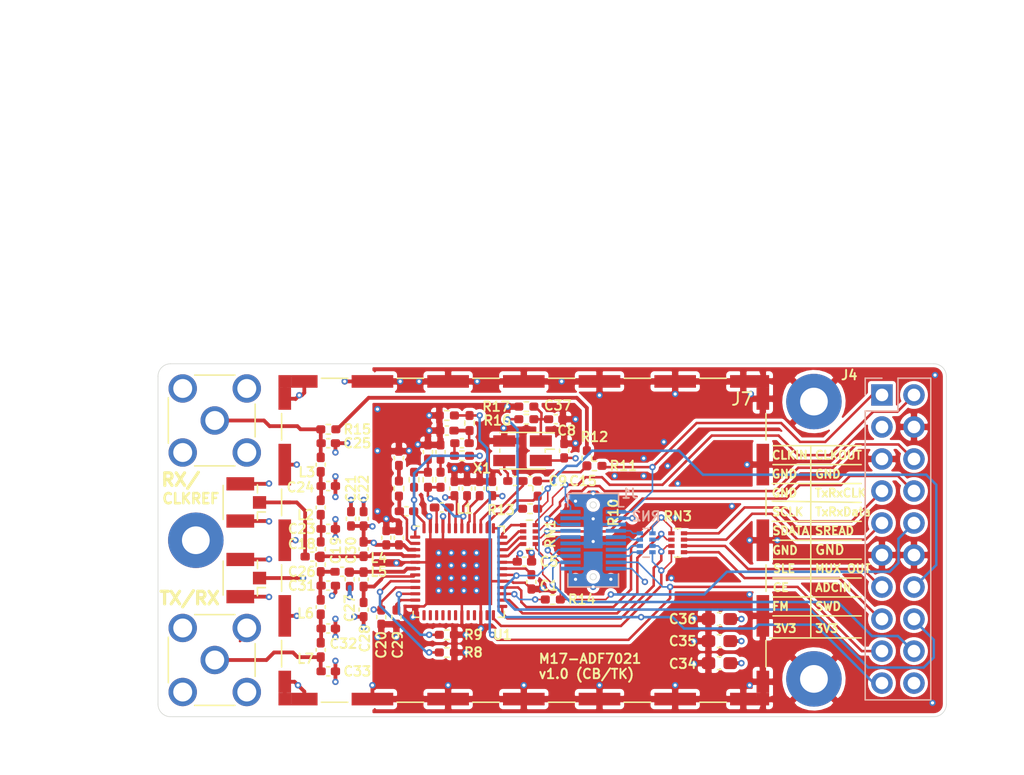
<source format=kicad_pcb>
(kicad_pcb (version 20171130) (host pcbnew 5.1.9)
  (layers (0 F.Cu signal) (1 In1.Cu power) (2 In2.Cu power) (31 B.Cu signal) (34 B.Paste user) (35 F.Paste user) (36 B.SilkS user) (37 F.SilkS user) (38 B.Mask user) (39 F.Mask user) (44 Edge.Cuts user))
  (net 0 "")
  (net 1 GND)
  (net 2 "Net-(C1-Pad1)")
  (net 3 +3V3)
  (net 4 /CREG1)
  (net 5 /CVCO)
  (net 6 "Net-(C9-Pad2)")
  (net 7 "Net-(C15-Pad2)")
  (net 8 /CPOUT)
  (net 9 "Net-(C11-Pad1)")
  (net 10 "Net-(C12-Pad1)")
  (net 11 "Net-(C13-Pad1)")
  (net 12 /CREG3)
  (net 13 CLK_IN)
  (net 14 "Net-(C16-Pad2)")
  (net 15 "Net-(C16-Pad1)")
  (net 16 /RFOUT)
  (net 17 "Net-(C18-Pad1)")
  (net 18 "Net-(C19-Pad1)")
  (net 19 "Net-(C24-Pad1)")
  (net 20 /RFIN)
  (net 21 "Net-(C27-Pad2)")
  (net 22 "Net-(C28-Pad1)")
  (net 23 /CREG4)
  (net 24 "Net-(C32-Pad1)")
  (net 25 ADCIN)
  (net 26 SWD)
  (net 27 MUXOUT)
  (net 28 SREAD)
  (net 29 TxRxData)
  (net 30 TxRxCLK)
  (net 31 CLKOUT)
  (net 32 "Net-(J1-Pad7)")
  (net 33 "Net-(J1-Pad4)")
  (net 34 FM_MOD)
  (net 35 "Net-(J4-Pad7)")
  (net 36 "Net-(L1-Pad2)")
  (net 37 "Net-(L1-Pad1)")
  (net 38 /VCOIN)
  (net 39 /R_LNA)
  (net 40 /RSET)
  (net 41 "Net-(R10-Pad1)")
  (net 42 "Net-(R13-Pad2)")
  (net 43 "Net-(R14-Pad2)")
  (net 44 CE)
  (net 45 SLE)
  (net 46 SDATA)
  (net 47 SCLK)
  (net 48 "Net-(RN1-Pad4)")
  (net 49 "Net-(RN1-Pad2)")
  (net 50 "Net-(RN1-Pad3)")
  (net 51 "Net-(RN1-Pad1)")
  (net 52 "Net-(J1-Pad8)")
  (net 53 "Net-(J1-Pad5)")
  (net 54 "Net-(J4-Pad13)")
  (net 55 "Net-(J4-Pad15)")
  (net 56 "Net-(J4-Pad9)")
  (net 57 "Net-(C25-Pad1)")
  (net 58 "Net-(C33-Pad1)")
  (net 59 "Net-(C26-Pad2)")
  (net 60 "Net-(C15-Pad1)")
  (net 61 CLK_SMA)
  (net 62 VCO_MOD)
  (net 63 "Net-(C37-Pad1)")
  (module Capacitor_SMD:C_0402_1005Metric_Pad0.74x0.62mm_HandSolder (layer F.Cu) (at 134.5325 47.4)
    (fp_text reference C37 (at 0.1675 -1.1) (layer F.SilkS) (effects (font (size 0.75 0.75))))
    (fp_text value 10n)
    (pad 2 smd roundrect (at 0.5675 0) (size 0.735 0.62) (layers F.Cu F.Paste F.Mask) (net 1 GND))
    (pad 1 smd roundrect (at -0.5675 0) (size 0.735 0.62) (layers F.Cu F.Paste F.Mask) (net 63 "Net-(C37-Pad1)"))
  )
  (module Resistor_SMD:R_0402_1005Metric_Pad0.72x0.64mm_HandSolder (layer F.Cu) (at 132.2 46.4)
    (fp_text reference R17 (at -2.4 0) (layer F.SilkS) (effects (font (size 0.75 0.75))))
    (fp_text value 0R)
    (pad 1 smd roundrect (at -0.5975 0) (size 0.715 0.64) (layers F.Cu F.Paste F.Mask) (net 1 GND))
    (pad 2 smd roundrect (at 0.5975 0) (size 0.715 0.64) (layers F.Cu F.Paste F.Mask) (net 63 "Net-(C37-Pad1)"))
  )
  (module Resistor_SMD:R_0402_1005Metric_Pad0.72x0.64mm_HandSolder (layer F.Cu) (at 132.2025 47.4 180)
    (fp_text reference R16 (at 2.3025 -0.1) (layer F.SilkS) (effects (font (size 0.75 0.75))))
    (fp_text value DNP)
    (pad 1 smd roundrect (at -0.5975 0 180) (size 0.715 0.64) (layers F.Cu F.Paste F.Mask) (net 63 "Net-(C37-Pad1)"))
    (pad 2 smd roundrect (at 0.5975 0 180) (size 0.715 0.64) (layers F.Cu F.Paste F.Mask) (net 62 VCO_MOD))
  )
  (module Resistor_SMD:R_0402_1005Metric_Pad0.72x0.64mm_HandSolder (layer F.Cu) (at 127.7 47.7 270)
    (fp_text reference R6 hide)
    (fp_text value 47k)
    (pad 2 smd roundrect (at 0.5975 0 270) (size 0.715 0.64) (layers F.Cu F.Paste F.Mask) (net 15 "Net-(C16-Pad1)"))
    (pad 1 smd roundrect (at -0.5975 0 270) (size 0.715 0.64) (layers F.Cu F.Paste F.Mask) (net 34 FM_MOD))
  )
  (module RF_Shielding:Laird_Technologies_BMI-S-205-F_38.10x25.40mm (layer F.Cu) (at 132 57)
    (fp_text reference J7 (at 17.3 -11.2) (layer F.SilkS))
    (fp_text value RFShield_OnePiece)
    (pad 1 smd rect (at -18.95 -12.6) (size 1 1) (layers F.Cu F.Paste F.Mask) (net 1 GND))
    (pad 1 smd rect (at 18.95 -12.6) (size 1 1) (layers F.Cu F.Paste F.Mask) (net 1 GND))
    (pad 1 smd rect (at 18.95 12.6) (size 1 1) (layers F.Cu F.Paste F.Mask) (net 1 GND))
    (pad 1 smd rect (at -18.95 12.6) (size 1 1) (layers F.Cu F.Paste F.Mask) (net 1 GND))
    (pad 1 smd rect (at -17.4 -12.6) (size 2.1 1) (layers F.Cu F.Paste F.Mask) (net 1 GND))
    (pad 1 smd rect (at -17.4 12.6) (size 2.1 1) (layers F.Cu F.Paste F.Mask) (net 1 GND))
    (pad 1 smd rect (at -12 -12.6) (size 3.3 1) (layers F.Cu F.Paste F.Mask) (net 1 GND))
    (pad 1 smd rect (at -12 12.6) (size 3.3 1) (layers F.Cu F.Paste F.Mask) (net 1 GND))
    (pad 1 smd rect (at -6 -12.6) (size 3.3 1) (layers F.Cu F.Paste F.Mask) (net 1 GND))
    (pad 1 smd rect (at -6 12.6) (size 3.3 1) (layers F.Cu F.Paste F.Mask) (net 1 GND))
    (pad 1 smd rect (at 0 -12.6) (size 3.3 1) (layers F.Cu F.Paste F.Mask) (net 1 GND))
    (pad 1 smd rect (at 0 12.6) (size 3.3 1) (layers F.Cu F.Paste F.Mask) (net 1 GND))
    (pad 1 smd rect (at 6 -12.6) (size 3.3 1) (layers F.Cu F.Paste F.Mask) (net 1 GND))
    (pad 1 smd rect (at 6 12.6) (size 3.3 1) (layers F.Cu F.Paste F.Mask) (net 1 GND))
    (pad 1 smd rect (at 12 -12.6) (size 3.3 1) (layers F.Cu F.Paste F.Mask) (net 1 GND))
    (pad 1 smd rect (at 12 12.6) (size 3.3 1) (layers F.Cu F.Paste F.Mask) (net 1 GND))
    (pad 1 smd rect (at 17.4 -12.6) (size 2.1 1) (layers F.Cu F.Paste F.Mask) (net 1 GND))
    (pad 1 smd rect (at 17.4 12.6) (size 2.1 1) (layers F.Cu F.Paste F.Mask) (net 1 GND))
    (pad 1 smd rect (at -18.95 -11.225) (size 1 1.75) (layers F.Cu F.Paste F.Mask) (net 1 GND))
    (pad 1 smd rect (at 18.95 -11.225) (size 1 1.75) (layers F.Cu F.Paste F.Mask) (net 1 GND))
    (pad 1 smd rect (at -18.95 -6) (size 1 3.3) (layers F.Cu F.Paste F.Mask) (net 1 GND))
    (pad 1 smd rect (at 18.95 -6) (size 1 3.3) (layers F.Cu F.Paste F.Mask) (net 1 GND))
    (pad 1 smd rect (at -18.95 0) (size 1 3.3) (layers F.Cu F.Paste F.Mask) (net 1 GND))
    (pad 1 smd rect (at 18.95 0) (size 1 3.3) (layers F.Cu F.Paste F.Mask) (net 1 GND))
    (pad 1 smd rect (at -18.95 6) (size 1 3.3) (layers F.Cu F.Paste F.Mask) (net 1 GND))
    (pad 1 smd rect (at 18.95 6) (size 1 3.3) (layers F.Cu F.Paste F.Mask) (net 1 GND))
    (pad 1 smd rect (at -18.95 11.225) (size 1 1.75) (layers F.Cu F.Paste F.Mask) (net 1 GND))
    (pad 1 smd rect (at 18.95 11.225) (size 1 1.75) (layers F.Cu F.Paste F.Mask) (net 1 GND))
  )
  (module Resistor_SMD:R_0402_1005Metric_Pad0.72x0.64mm_HandSolder (layer F.Cu) (at 116.5025 48.2)
    (fp_text reference R15 (at 2.2975 0) (layer F.SilkS) (effects (font (size 0.75 0.75))))
    (fp_text value DNP)
    (pad 2 smd roundrect (at 0.5975 0) (size 0.715 0.64) (layers F.Cu F.Paste F.Mask) (net 61 CLK_SMA))
    (pad 1 smd roundrect (at -0.5975 0) (size 0.715 0.64) (layers F.Cu F.Paste F.Mask) (net 57 "Net-(C25-Pad1)"))
  )
  (module Resistor_SMD:R_0402_1005Metric_Pad0.72x0.64mm_HandSolder (layer F.Cu) (at 137 50.5 270)
    (fp_text reference R12 (at -1.7 -0.6 180) (layer F.SilkS) (effects (font (size 0.75 0.75))))
    (fp_text value DNP)
    (pad 2 smd roundrect (at 0.5975 0 270) (size 0.715 0.64) (layers F.Cu F.Paste F.Mask) (net 60 "Net-(C15-Pad1)"))
    (pad 1 smd roundrect (at -0.5975 0 270) (size 0.715 0.64) (layers F.Cu F.Paste F.Mask) (net 61 CLK_SMA))
  )
  (module Resistor_SMD:R_0402_1005Metric_Pad0.72x0.64mm_HandSolder (layer F.Cu) (at 137.6 51.1)
    (fp_text reference R11 (at 2.3 0) (layer F.SilkS) (effects (font (size 0.75 0.75))))
    (fp_text value 0R)
    (pad 2 smd roundrect (at 0.5975 0) (size 0.715 0.64) (layers F.Cu F.Paste F.Mask) (net 13 CLK_IN))
    (pad 1 smd roundrect (at -0.5975 0) (size 0.715 0.64) (layers F.Cu F.Paste F.Mask) (net 60 "Net-(C15-Pad1)"))
  )
  (module Capacitor_SMD:C_0603_1608Metric_Pad1.08x0.95mm_HandSolder (layer F.Cu) (at 147.5 66.75 180)
    (fp_text reference C34 (at 2.9 -0.05) (layer F.SilkS) (effects (font (size 0.75 0.75))))
    (fp_text value 10u)
    (pad 1 smd roundrect (at -0.8625 0 180) (size 1.075 0.95) (layers F.Cu F.Paste F.Mask) (net 3 +3V3))
    (pad 2 smd roundrect (at 0.8625 0 180) (size 1.075 0.95) (layers F.Cu F.Paste F.Mask) (net 1 GND))
  )
  (module Capacitor_SMD:C_0603_1608Metric_Pad1.08x0.95mm_HandSolder (layer F.Cu) (at 147.5 63.25 180)
    (fp_text reference C36 (at 2.9 0) (layer F.SilkS) (effects (font (size 0.75 0.75))))
    (fp_text value 1u)
    (pad 1 smd roundrect (at -0.8625 0 180) (size 1.075 0.95) (layers F.Cu F.Paste F.Mask) (net 3 +3V3))
    (pad 2 smd roundrect (at 0.8625 0 180) (size 1.075 0.95) (layers F.Cu F.Paste F.Mask) (net 1 GND))
  )
  (module Capacitor_SMD:C_0603_1608Metric_Pad1.08x0.95mm_HandSolder (layer F.Cu) (at 147.5 65 180)
    (fp_text reference C35 (at 2.9 0) (layer F.SilkS) (effects (font (size 0.75 0.75))))
    (fp_text value 4.7u)
    (pad 1 smd roundrect (at -0.8625 0 180) (size 1.075 0.95) (layers F.Cu F.Paste F.Mask) (net 3 +3V3))
    (pad 2 smd roundrect (at 0.8625 0 180) (size 1.075 0.95) (layers F.Cu F.Paste F.Mask) (net 1 GND))
  )
  (module Capacitor_SMD:C_0402_1005Metric_Pad0.74x0.62mm_HandSolder (layer F.Cu) (at 118.2 60.1 270)
    (fp_text reference C27 (at 2.3 0 90) (layer F.SilkS) (effects (font (size 0.75 0.75))))
    (fp_text value 4.7p)
    (pad 2 smd roundrect (at 0.5675 0 270) (size 0.735 0.62) (layers F.Cu F.Paste F.Mask) (net 21 "Net-(C27-Pad2)"))
    (pad 1 smd roundrect (at -0.5675 0 270) (size 0.735 0.62) (layers F.Cu F.Paste F.Mask) (net 20 /RFIN))
  )
  (module Capacitor_SMD:C_0402_1005Metric_Pad0.74x0.62mm_HandSolder (layer F.Cu) (at 115.9 57.7 270)
    (fp_text reference C19 (at 0.1 -1.2 270) (layer F.SilkS) (effects (font (size 0.75 0.75))))
    (fp_text value 10p)
    (pad 2 smd roundrect (at 0.5675 0 270) (size 0.735 0.62) (layers F.Cu F.Paste F.Mask) (net 16 /RFOUT))
    (pad 1 smd roundrect (at -0.5675 0 270) (size 0.735 0.62) (layers F.Cu F.Paste F.Mask) (net 18 "Net-(C19-Pad1)"))
  )
  (module Oscillator:Oscillator_SMD_EuroQuartz_XO32-4Pin_3.2x2.5mm_HandSoldering (layer F.Cu) (at 131.9 49.9 180)
    (fp_text reference X1 (at 3.2 -1.4) (layer F.SilkS) (effects (font (size 0.75 0.75))))
    (fp_text value 12.288MHz)
    (pad 4 smd rect (at -1.45 -0.775 180) (size 1.75 0.9) (layers F.Cu F.Paste F.Mask) (net 3 +3V3))
    (pad 3 smd rect (at 1.45 -0.775 180) (size 1.75 0.9) (layers F.Cu F.Paste F.Mask) (net 6 "Net-(C9-Pad2)"))
    (pad 2 smd rect (at 1.45 0.775 180) (size 1.75 0.9) (layers F.Cu F.Paste F.Mask) (net 1 GND))
    (pad 1 smd rect (at -1.45 0.775 180) (size 1.75 0.9) (layers F.Cu F.Paste F.Mask) (net 63 "Net-(C37-Pad1)"))
  )
  (module Connector_Coaxial:U.FL_Hirose_U.FL-R-SMT-1_Vertical (layer F.Cu) (at 110 60 180)
    (fp_text reference J6 hide)
    (fp_text value Conn_Coaxial)
    (pad 2 smd rect (at 0.475 -1.475 180) (size 2.2 1.05) (layers F.Cu F.Paste F.Mask) (net 1 GND))
    (pad 1 smd rect (at -1.05 0 180) (size 1.05 1) (layers F.Cu F.Paste F.Mask) (net 21 "Net-(C27-Pad2)"))
    (pad 2 smd rect (at 0.475 1.475 180) (size 2.2 1.05) (layers F.Cu F.Paste F.Mask) (net 1 GND))
  )
  (module Connector_Coaxial:U.FL_Hirose_U.FL-R-SMT-1_Vertical (layer F.Cu) (at 110 54 180)
    (fp_text reference J5 hide)
    (fp_text value Conn_Coaxial)
    (pad 2 smd rect (at 0.475 -1.475 180) (size 2.2 1.05) (layers F.Cu F.Paste F.Mask) (net 1 GND))
    (pad 1 smd rect (at -1.05 0 180) (size 1.05 1) (layers F.Cu F.Paste F.Mask) (net 17 "Net-(C18-Pad1)"))
    (pad 2 smd rect (at 0.475 1.475 180) (size 2.2 1.05) (layers F.Cu F.Paste F.Mask) (net 1 GND))
  )
  (module Capacitor_SMD:C_0402_1005Metric_Pad0.74x0.62mm_HandSolder (layer F.Cu) (at 132.6 60.3 270)
    (fp_text reference C1 (at 0.3 -1.4 180) (layer F.SilkS) (effects (font (size 0.75 0.75))))
    (fp_text value 100n)
    (pad 2 smd roundrect (at 0.5675 0 270) (size 0.735 0.62) (layers F.Cu F.Paste F.Mask) (net 1 GND))
    (pad 1 smd roundrect (at -0.5675 0 270) (size 0.735 0.62) (layers F.Cu F.Paste F.Mask) (net 2 "Net-(C1-Pad1)"))
  )
  (module Resistor_SMD:R_Array_Concave_4x0402 (layer F.Cu) (at 144.2 57.2)
    (fp_text reference RN3 (at 0 -2.1) (layer F.SilkS) (effects (font (size 0.75 0.75))))
    (fp_text value 22)
    (pad 1 smd rect (at -0.5 -0.75) (size 0.5 0.32) (layers F.Cu F.Paste F.Mask) (net 47 SCLK))
    (pad 3 smd rect (at -0.5 0.25) (size 0.5 0.32) (layers F.Cu F.Paste F.Mask) (net 45 SLE))
    (pad 2 smd rect (at -0.5 -0.25) (size 0.5 0.32) (layers F.Cu F.Paste F.Mask) (net 46 SDATA))
    (pad 4 smd rect (at -0.5 0.75) (size 0.5 0.32) (layers F.Cu F.Paste F.Mask) (net 44 CE))
    (pad 7 smd rect (at 0.5 -0.25) (size 0.5 0.32) (layers F.Cu F.Paste F.Mask) (net 56 "Net-(J4-Pad9)"))
    (pad 8 smd rect (at 0.5 -0.75) (size 0.5 0.32) (layers F.Cu F.Paste F.Mask) (net 35 "Net-(J4-Pad7)"))
    (pad 6 smd rect (at 0.5 0.25) (size 0.5 0.32) (layers F.Cu F.Paste F.Mask) (net 54 "Net-(J4-Pad13)"))
    (pad 5 smd rect (at 0.5 0.75) (size 0.5 0.32) (layers F.Cu F.Paste F.Mask) (net 55 "Net-(J4-Pad15)"))
  )
  (module Resistor_SMD:R_Array_Concave_4x0402 (layer B.Cu) (at 141.7 57.2 180)
    (fp_text reference RN2 (at 0 2.1) (layer B.SilkS) (effects (font (size 0.75 0.75)) (justify mirror)))
    (fp_text value 22)
    (pad 1 smd rect (at -0.5 0.75 180) (size 0.5 0.32) (layers B.Cu B.Paste B.Mask) (net 47 SCLK))
    (pad 3 smd rect (at -0.5 -0.25 180) (size 0.5 0.32) (layers B.Cu B.Paste B.Mask) (net 45 SLE))
    (pad 2 smd rect (at -0.5 0.25 180) (size 0.5 0.32) (layers B.Cu B.Paste B.Mask) (net 46 SDATA))
    (pad 4 smd rect (at -0.5 -0.75 180) (size 0.5 0.32) (layers B.Cu B.Paste B.Mask) (net 44 CE))
    (pad 7 smd rect (at 0.5 0.25 180) (size 0.5 0.32) (layers B.Cu B.Paste B.Mask) (net 53 "Net-(J1-Pad5)"))
    (pad 8 smd rect (at 0.5 0.75 180) (size 0.5 0.32) (layers B.Cu B.Paste B.Mask) (net 33 "Net-(J1-Pad4)"))
    (pad 6 smd rect (at 0.5 -0.25 180) (size 0.5 0.32) (layers B.Cu B.Paste B.Mask) (net 32 "Net-(J1-Pad7)"))
    (pad 5 smd rect (at 0.5 -0.75 180) (size 0.5 0.32) (layers B.Cu B.Paste B.Mask) (net 52 "Net-(J1-Pad8)"))
  )
  (module Resistor_SMD:R_Array_Concave_4x0402 (layer F.Cu) (at 132.45 56.55)
    (fp_text reference RN1 (at 1.65 -0.05 90) (layer F.SilkS) (effects (font (size 0.75 0.75))))
    (fp_text value 22)
    (pad 5 smd rect (at 0.5 0.75) (size 0.5 0.32) (layers F.Cu F.Paste F.Mask) (net 26 SWD))
    (pad 6 smd rect (at 0.5 0.25) (size 0.5 0.32) (layers F.Cu F.Paste F.Mask) (net 29 TxRxData))
    (pad 8 smd rect (at 0.5 -0.75) (size 0.5 0.32) (layers F.Cu F.Paste F.Mask) (net 31 CLKOUT))
    (pad 7 smd rect (at 0.5 -0.25) (size 0.5 0.32) (layers F.Cu F.Paste F.Mask) (net 30 TxRxCLK))
    (pad 4 smd rect (at -0.5 0.75) (size 0.5 0.32) (layers F.Cu F.Paste F.Mask) (net 48 "Net-(RN1-Pad4)"))
    (pad 2 smd rect (at -0.5 -0.25) (size 0.5 0.32) (layers F.Cu F.Paste F.Mask) (net 49 "Net-(RN1-Pad2)"))
    (pad 3 smd rect (at -0.5 0.25) (size 0.5 0.32) (layers F.Cu F.Paste F.Mask) (net 50 "Net-(RN1-Pad3)"))
    (pad 1 smd rect (at -0.5 -0.75) (size 0.5 0.32) (layers F.Cu F.Paste F.Mask) (net 51 "Net-(RN1-Pad1)"))
  )
  (module MountingHole:MountingHole_2.2mm_M2_Pad_TopBottom (layer F.Cu) (at 106 57 180)
    (fp_text reference H3 hide)
    (fp_text value MountingHole_Pad)
    (pad 1 thru_hole circle (at 0 0 180) (size 2.6 2.6) (drill 2.2) (layers *.Cu *.Mask) (net 1 GND))
    (pad 1 connect circle (at 0 0 180) (size 4.4 4.4) (layers F.Cu F.Mask) (net 1 GND))
    (pad 1 connect circle (at 0 0 180) (size 4.4 4.4) (layers B.Cu B.Mask) (net 1 GND))
  )
  (module MountingHole:MountingHole_2.2mm_M2_Pad_TopBottom (layer F.Cu) (at 155 68 180)
    (fp_text reference H2 hide)
    (fp_text value MountingHole_Pad)
    (pad 1 connect circle (at 0 0 180) (size 4.4 4.4) (layers B.Cu B.Mask) (net 1 GND))
    (pad 1 connect circle (at 0 0 180) (size 4.4 4.4) (layers F.Cu F.Mask) (net 1 GND))
    (pad 1 thru_hole circle (at 0 0 180) (size 2.6 2.6) (drill 2.2) (layers *.Cu *.Mask) (net 1 GND))
  )
  (module MountingHole:MountingHole_2.2mm_M2_Pad_TopBottom (layer F.Cu) (at 155 46 180)
    (fp_text reference H1 hide)
    (fp_text value MountingHole_Pad)
    (pad 1 connect circle (at 0 0 180) (size 4.4 4.4) (layers B.Cu B.Mask) (net 1 GND))
    (pad 1 connect circle (at 0 0 180) (size 4.4 4.4) (layers F.Cu F.Mask) (net 1 GND))
    (pad 1 thru_hole circle (at 0 0 180) (size 2.6 2.6) (drill 2.2) (layers *.Cu *.Mask) (net 1 GND))
  )
  (module Capacitor_SMD:C_0402_1005Metric_Pad0.74x0.62mm_HandSolder (layer F.Cu) (at 119.3 62.5 270)
    (fp_text reference C28 (at 2.3 -0.1 90) (layer F.SilkS) (effects (font (size 0.75 0.75))))
    (fp_text value 6.8p)
    (pad 2 smd roundrect (at 0.5675 0 270) (size 0.735 0.62) (layers F.Cu F.Paste F.Mask) (net 1 GND))
    (pad 1 smd roundrect (at -0.5675 0 270) (size 0.735 0.62) (layers F.Cu F.Paste F.Mask) (net 22 "Net-(C28-Pad1)"))
  )
  (module Package_DFN_QFN:QFN-48-1EP_7x7mm_P0.5mm_EP5.3x5.3mm (layer F.Cu) (at 126.84 59.5)
    (fp_text reference U1 (at 3.46 5) (layer F.SilkS) (effects (font (size 0.75 0.75))))
    (fp_text value ADF7021)
    (pad 49 smd rect (at 0 0) (size 5.3 5.3) (layers F.Cu F.Mask) (net 1 GND))
    (pad 48 smd roundrect (at -2.75 -3.45) (size 0.25 0.8) (layers F.Cu F.Paste F.Mask) (net 5 /CVCO))
    (pad 47 smd roundrect (at -2.25 -3.45) (size 0.25 0.8) (layers F.Cu F.Paste F.Mask) (net 1 GND))
    (pad 46 smd roundrect (at -1.75 -3.45) (size 0.25 0.8) (layers F.Cu F.Paste F.Mask) (net 37 "Net-(L1-Pad1)"))
    (pad 45 smd roundrect (at -1.25 -3.45) (size 0.25 0.8) (layers F.Cu F.Paste F.Mask) (net 1 GND))
    (pad 44 smd roundrect (at -0.75 -3.45) (size 0.25 0.8) (layers F.Cu F.Paste F.Mask) (net 36 "Net-(L1-Pad2)"))
    (pad 43 smd roundrect (at -0.25 -3.45) (size 0.25 0.8) (layers F.Cu F.Paste F.Mask) (net 3 +3V3))
    (pad 42 smd roundrect (at 0.25 -3.45) (size 0.25 0.8) (layers F.Cu F.Paste F.Mask) (net 8 /CPOUT))
    (pad 41 smd roundrect (at 0.75 -3.45) (size 0.25 0.8) (layers F.Cu F.Paste F.Mask) (net 12 /CREG3))
    (pad 40 smd roundrect (at 1.25 -3.45) (size 0.25 0.8) (layers F.Cu F.Paste F.Mask) (net 3 +3V3))
    (pad 39 smd roundrect (at 1.75 -3.45) (size 0.25 0.8) (layers F.Cu F.Paste F.Mask) (net 7 "Net-(C15-Pad2)"))
    (pad 38 smd roundrect (at 2.25 -3.45) (size 0.25 0.8) (layers F.Cu F.Paste F.Mask) (net 41 "Net-(R10-Pad1)"))
    (pad 37 smd roundrect (at 2.75 -3.45) (size 0.25 0.8) (layers F.Cu F.Paste F.Mask) (net 42 "Net-(R13-Pad2)"))
    (pad 36 smd roundrect (at 3.45 -2.75) (size 0.8 0.25) (layers F.Cu F.Paste F.Mask) (net 51 "Net-(RN1-Pad1)"))
    (pad 35 smd roundrect (at 3.45 -2.25) (size 0.8 0.25) (layers F.Cu F.Paste F.Mask) (net 49 "Net-(RN1-Pad2)"))
    (pad 34 smd roundrect (at 3.45 -1.75) (size 0.8 0.25) (layers F.Cu F.Paste F.Mask) (net 50 "Net-(RN1-Pad3)"))
    (pad 33 smd roundrect (at 3.45 -1.25) (size 0.8 0.25) (layers F.Cu F.Paste F.Mask) (net 48 "Net-(RN1-Pad4)"))
    (pad 32 smd roundrect (at 3.45 -0.75) (size 0.8 0.25) (layers F.Cu F.Paste F.Mask) (net 3 +3V3))
    (pad 31 smd roundrect (at 3.45 -0.25) (size 0.8 0.25) (layers F.Cu F.Paste F.Mask) (net 2 "Net-(C1-Pad1)"))
    (pad 30 smd roundrect (at 3.45 0.25) (size 0.8 0.25) (layers F.Cu F.Paste F.Mask) (net 25 ADCIN))
    (pad 29 smd roundrect (at 3.45 0.75) (size 0.8 0.25) (layers F.Cu F.Paste F.Mask) (net 1 GND))
    (pad 28 smd roundrect (at 3.45 1.25) (size 0.8 0.25) (layers F.Cu F.Paste F.Mask) (net 47 SCLK))
    (pad 27 smd roundrect (at 3.45 1.75) (size 0.8 0.25) (layers F.Cu F.Paste F.Mask) (net 43 "Net-(R14-Pad2)"))
    (pad 26 smd roundrect (at 3.45 2.25) (size 0.8 0.25) (layers F.Cu F.Paste F.Mask) (net 46 SDATA))
    (pad 25 smd roundrect (at 3.45 2.75) (size 0.8 0.25) (layers F.Cu F.Paste F.Mask) (net 45 SLE))
    (pad 24 smd roundrect (at 2.75 3.45) (size 0.25 0.8) (layers F.Cu F.Paste F.Mask) (net 44 CE))
    (pad 23 smd roundrect (at 2.25 3.45) (size 0.25 0.8) (layers F.Cu F.Paste F.Mask))
    (pad 22 smd roundrect (at 1.75 3.45) (size 0.25 0.8) (layers F.Cu F.Paste F.Mask) (net 1 GND))
    (pad 21 smd roundrect (at 1.25 3.45) (size 0.25 0.8) (layers F.Cu F.Paste F.Mask))
    (pad 20 smd roundrect (at 0.75 3.45) (size 0.25 0.8) (layers F.Cu F.Paste F.Mask))
    (pad 19 smd roundrect (at 0.25 3.45) (size 0.25 0.8) (layers F.Cu F.Paste F.Mask) (net 1 GND))
    (pad 18 smd roundrect (at -0.25 3.45) (size 0.25 0.8) (layers F.Cu F.Paste F.Mask))
    (pad 17 smd roundrect (at -0.75 3.45) (size 0.25 0.8) (layers F.Cu F.Paste F.Mask))
    (pad 16 smd roundrect (at -1.25 3.45) (size 0.25 0.8) (layers F.Cu F.Paste F.Mask))
    (pad 15 smd roundrect (at -1.75 3.45) (size 0.25 0.8) (layers F.Cu F.Paste F.Mask))
    (pad 14 smd roundrect (at -2.25 3.45) (size 0.25 0.8) (layers F.Cu F.Paste F.Mask))
    (pad 13 smd roundrect (at -2.75 3.45) (size 0.25 0.8) (layers F.Cu F.Paste F.Mask))
    (pad 12 smd roundrect (at -3.45 2.75) (size 0.8 0.25) (layers F.Cu F.Paste F.Mask) (net 1 GND))
    (pad 11 smd roundrect (at -3.45 2.25) (size 0.8 0.25) (layers F.Cu F.Paste F.Mask) (net 23 /CREG4))
    (pad 10 smd roundrect (at -3.45 1.75) (size 0.8 0.25) (layers F.Cu F.Paste F.Mask) (net 40 /RSET))
    (pad 9 smd roundrect (at -3.45 1.25) (size 0.8 0.25) (layers F.Cu F.Paste F.Mask) (net 3 +3V3))
    (pad 8 smd roundrect (at -3.45 0.75) (size 0.8 0.25) (layers F.Cu F.Paste F.Mask) (net 39 /R_LNA))
    (pad 7 smd roundrect (at -3.45 0.25) (size 0.8 0.25) (layers F.Cu F.Paste F.Mask) (net 22 "Net-(C28-Pad1)"))
    (pad 6 smd roundrect (at -3.45 -0.25) (size 0.8 0.25) (layers F.Cu F.Paste F.Mask) (net 20 /RFIN))
    (pad 5 smd roundrect (at -3.45 -0.75) (size 0.8 0.25) (layers F.Cu F.Paste F.Mask) (net 1 GND))
    (pad 4 smd roundrect (at -3.45 -1.25) (size 0.8 0.25) (layers F.Cu F.Paste F.Mask) (net 16 /RFOUT))
    (pad 3 smd roundrect (at -3.45 -1.75) (size 0.8 0.25) (layers F.Cu F.Paste F.Mask) (net 3 +3V3))
    (pad 2 smd roundrect (at -3.45 -2.25) (size 0.8 0.25) (layers F.Cu F.Paste F.Mask) (net 4 /CREG1))
    (pad 1 smd roundrect (at -3.45 -2.75) (size 0.8 0.25) (layers F.Cu F.Paste F.Mask) (net 38 /VCOIN))
  )
  (module Resistor_SMD:R_0402_1005Metric_Pad0.72x0.64mm_HandSolder (layer F.Cu) (at 134.3 61.7 180)
    (fp_text reference R14 (at -2.3 0) (layer F.SilkS) (effects (font (size 0.75 0.75))))
    (fp_text value 22)
    (pad 2 smd roundrect (at 0.5975 0 180) (size 0.715 0.64) (layers F.Cu F.Paste F.Mask) (net 43 "Net-(R14-Pad2)"))
    (pad 1 smd roundrect (at -0.5975 0 180) (size 0.715 0.64) (layers F.Cu F.Paste F.Mask) (net 28 SREAD))
  )
  (module Resistor_SMD:R_0402_1005Metric_Pad0.72x0.64mm_HandSolder (layer F.Cu) (at 132.5 54.5 180)
    (fp_text reference R13 (at 2.3 -0.1) (layer F.SilkS) (effects (font (size 0.75 0.75))))
    (fp_text value 22)
    (pad 2 smd roundrect (at 0.5975 0 180) (size 0.715 0.64) (layers F.Cu F.Paste F.Mask) (net 42 "Net-(R13-Pad2)"))
    (pad 1 smd roundrect (at -0.5975 0 180) (size 0.715 0.64) (layers F.Cu F.Paste F.Mask) (net 27 MUXOUT))
  )
  (module Resistor_SMD:R_0402_1005Metric_Pad0.72x0.64mm_HandSolder (layer F.Cu) (at 133.1 52.9 90)
    (fp_text reference R10 (at -1.9 6 90) (layer F.SilkS) (effects (font (size 0.75 0.75))))
    (fp_text value 0)
    (pad 2 smd roundrect (at 0.5975 0 90) (size 0.715 0.64) (layers F.Cu F.Paste F.Mask) (net 60 "Net-(C15-Pad1)"))
    (pad 1 smd roundrect (at -0.5975 0 90) (size 0.715 0.64) (layers F.Cu F.Paste F.Mask) (net 41 "Net-(R10-Pad1)"))
  )
  (module Resistor_SMD:R_0402_1005Metric_Pad0.72x0.64mm_HandSolder (layer F.Cu) (at 125.9 64.5)
    (fp_text reference R9 (at 2.1 0) (layer F.SilkS) (effects (font (size 0.75 0.75))))
    (fp_text value 3.6k)
    (pad 2 smd roundrect (at 0.5975 0) (size 0.715 0.64) (layers F.Cu F.Paste F.Mask) (net 1 GND))
    (pad 1 smd roundrect (at -0.5975 0) (size 0.715 0.64) (layers F.Cu F.Paste F.Mask) (net 40 /RSET))
  )
  (module Resistor_SMD:R_0402_1005Metric_Pad0.72x0.64mm_HandSolder (layer F.Cu) (at 125.9 65.9)
    (fp_text reference R8 (at 2.1 0) (layer F.SilkS) (effects (font (size 0.75 0.75))))
    (fp_text value 1.1k)
    (pad 2 smd roundrect (at 0.5975 0) (size 0.715 0.64) (layers F.Cu F.Paste F.Mask) (net 1 GND))
    (pad 1 smd roundrect (at -0.5975 0) (size 0.715 0.64) (layers F.Cu F.Paste F.Mask) (net 39 /R_LNA))
  )
  (module Resistor_SMD:R_0402_1005Metric_Pad0.72x0.64mm_HandSolder (layer F.Cu) (at 125.9 47.1)
    (fp_text reference R7 hide)
    (fp_text value 22k)
    (pad 2 smd roundrect (at 0.5975 0) (size 0.715 0.64) (layers F.Cu F.Paste F.Mask) (net 34 FM_MOD))
    (pad 1 smd roundrect (at -0.5975 0) (size 0.715 0.64) (layers F.Cu F.Paste F.Mask) (net 1 GND))
  )
  (module Resistor_SMD:R_0402_1005Metric_Pad0.72x0.64mm_HandSolder (layer F.Cu) (at 127.1 50.3)
    (fp_text reference R5 hide)
    (fp_text value 47k)
    (pad 2 smd roundrect (at 0.5975 0) (size 0.715 0.64) (layers F.Cu F.Paste F.Mask) (net 38 /VCOIN))
    (pad 1 smd roundrect (at -0.5975 0) (size 0.715 0.64) (layers F.Cu F.Paste F.Mask) (net 14 "Net-(C16-Pad2)"))
  )
  (module Resistor_SMD:R_0402_1005Metric_Pad0.72x0.64mm_HandSolder (layer F.Cu) (at 123.3 52.2025 90)
    (fp_text reference R4 hide)
    (fp_text value 100)
    (pad 2 smd roundrect (at 0.5975 0 90) (size 0.715 0.64) (layers F.Cu F.Paste F.Mask) (net 10 "Net-(C12-Pad1)"))
    (pad 1 smd roundrect (at -0.5975 0 90) (size 0.715 0.64) (layers F.Cu F.Paste F.Mask) (net 38 /VCOIN))
  )
  (module Resistor_SMD:R_0402_1005Metric_Pad0.72x0.64mm_HandSolder (layer F.Cu) (at 122.1 52.9 90)
    (fp_text reference R3 hide)
    (fp_text value 2R)
    (pad 2 smd roundrect (at 0.5975 0 90) (size 0.715 0.64) (layers F.Cu F.Paste F.Mask) (net 11 "Net-(C13-Pad1)"))
    (pad 1 smd roundrect (at -0.5975 0 90) (size 0.715 0.64) (layers F.Cu F.Paste F.Mask) (net 4 /CREG1))
  )
  (module Resistor_SMD:R_0402_1005Metric_Pad0.72x0.64mm_HandSolder (layer F.Cu) (at 124.4 52.2025 90)
    (fp_text reference R2 hide)
    (fp_text value 560)
    (pad 2 smd roundrect (at 0.5975 0 90) (size 0.715 0.64) (layers F.Cu F.Paste F.Mask) (net 10 "Net-(C12-Pad1)"))
    (pad 1 smd roundrect (at -0.5975 0 90) (size 0.715 0.64) (layers F.Cu F.Paste F.Mask) (net 8 /CPOUT))
  )
  (module Resistor_SMD:R_0402_1005Metric_Pad0.72x0.64mm_HandSolder (layer F.Cu) (at 125.4 52.2 90)
    (fp_text reference R1 hide)
    (fp_text value 270)
    (pad 2 smd roundrect (at 0.5975 0 90) (size 0.715 0.64) (layers F.Cu F.Paste F.Mask) (net 9 "Net-(C11-Pad1)"))
    (pad 1 smd roundrect (at -0.5975 0 90) (size 0.715 0.64) (layers F.Cu F.Paste F.Mask) (net 8 /CPOUT))
  )
  (module Inductor_SMD:L_0402_1005Metric_Pad0.77x0.64mm_HandSolder (layer F.Cu) (at 115.9 65.7 90)
    (fp_text reference L7 (at -0.7 -1.2 180) (layer F.SilkS) (effects (font (size 0.75 0.75))))
    (fp_text value 22n)
    (pad 2 smd roundrect (at 0.5725 0 90) (size 0.765 0.64) (layers F.Cu F.Paste F.Mask) (net 24 "Net-(C32-Pad1)"))
    (pad 1 smd roundrect (at -0.5725 0 90) (size 0.765 0.64) (layers F.Cu F.Paste F.Mask) (net 58 "Net-(C33-Pad1)"))
  )
  (module Inductor_SMD:L_0402_1005Metric_Pad0.77x0.64mm_HandSolder (layer F.Cu) (at 115.9 62.3 90)
    (fp_text reference L6 (at -0.5 -1.2 180) (layer F.SilkS) (effects (font (size 0.75 0.75))))
    (fp_text value 20n)
    (pad 2 smd roundrect (at 0.5725 0 90) (size 0.765 0.64) (layers F.Cu F.Paste F.Mask) (net 59 "Net-(C26-Pad2)"))
    (pad 1 smd roundrect (at -0.5725 0 90) (size 0.765 0.64) (layers F.Cu F.Paste F.Mask) (net 24 "Net-(C32-Pad1)"))
  )
  (module Inductor_SMD:L_0402_1005Metric_Pad0.77x0.64mm_HandSolder (layer F.Cu) (at 119.3 60.1 90)
    (fp_text reference L5 (at 0.6 1.2 180) (layer F.SilkS) (effects (font (size 0.75 0.75))))
    (fp_text value 27n)
    (pad 2 smd roundrect (at 0.5725 0 90) (size 0.765 0.64) (layers F.Cu F.Paste F.Mask) (net 20 /RFIN))
    (pad 1 smd roundrect (at -0.5725 0 90) (size 0.765 0.64) (layers F.Cu F.Paste F.Mask) (net 22 "Net-(C28-Pad1)"))
  )
  (module Inductor_SMD:L_0402_1005Metric_Pad0.77x0.64mm_HandSolder (layer F.Cu) (at 119.3 57.7 270)
    (fp_text reference L4 (at 0.7 -1.2 180) (layer F.SilkS) (effects (font (size 0.75 0.75))))
    (fp_text value 13n)
    (pad 2 smd roundrect (at 0.5725 0 270) (size 0.765 0.64) (layers F.Cu F.Paste F.Mask) (net 16 /RFOUT))
    (pad 1 smd roundrect (at -0.5725 0 270) (size 0.765 0.64) (layers F.Cu F.Paste F.Mask) (net 3 +3V3))
  )
  (module Inductor_SMD:L_0402_1005Metric_Pad0.77x0.64mm_HandSolder (layer F.Cu) (at 115.9 51 270)
    (fp_text reference L3 (at 0.6 1.1 180) (layer F.SilkS) (effects (font (size 0.75 0.75))))
    (fp_text value 22n)
    (pad 2 smd roundrect (at 0.5725 0 270) (size 0.765 0.64) (layers F.Cu F.Paste F.Mask) (net 19 "Net-(C24-Pad1)"))
    (pad 1 smd roundrect (at -0.5725 0 270) (size 0.765 0.64) (layers F.Cu F.Paste F.Mask) (net 57 "Net-(C25-Pad1)"))
  )
  (module Inductor_SMD:L_0402_1005Metric_Pad0.77x0.64mm_HandSolder (layer F.Cu) (at 115.9 54.4 270)
    (fp_text reference L2 (at 0.6 1.2 180) (layer F.SilkS) (effects (font (size 0.75 0.75))))
    (fp_text value 20n)
    (pad 2 smd roundrect (at 0.5725 0 270) (size 0.765 0.64) (layers F.Cu F.Paste F.Mask) (net 18 "Net-(C19-Pad1)"))
    (pad 1 smd roundrect (at -0.5725 0 270) (size 0.765 0.64) (layers F.Cu F.Paste F.Mask) (net 19 "Net-(C24-Pad1)"))
  )
  (module Inductor_SMD:L_0402_1005Metric_Pad0.77x0.64mm_HandSolder (layer F.Cu) (at 125.5 54.4)
    (fp_text reference L1 (at 1.8 0.1) (layer F.SilkS) (effects (font (size 0.75 0.75))))
    (fp_text value DNP)
    (pad 2 smd roundrect (at 0.5725 0) (size 0.765 0.64) (layers F.Cu F.Paste F.Mask) (net 36 "Net-(L1-Pad2)"))
    (pad 1 smd roundrect (at -0.5725 0) (size 0.765 0.64) (layers F.Cu F.Paste F.Mask) (net 37 "Net-(L1-Pad1)"))
  )
  (module Connector_PinSocket_2.54mm:PinSocket_2x10_P2.54mm_Vertical (layer B.Cu) (at 160.392 45.474 180)
    (fp_text reference J4 (at 2.592 1.574) (layer F.SilkS) (effects (font (size 0.75 0.75))))
    (fp_text value Conn_goldpin)
    (pad 1 thru_hole rect (at 0 0 180) (size 1.7 1.7) (drill 1) (layers *.Cu *.Mask) (net 13 CLK_IN))
    (pad 2 thru_hole oval (at -2.54 0 180) (size 1.7 1.7) (drill 1) (layers *.Cu *.Mask) (net 31 CLKOUT))
    (pad 3 thru_hole oval (at 0 -2.54 180) (size 1.7 1.7) (drill 1) (layers *.Cu *.Mask) (net 3 +3V3))
    (pad 4 thru_hole oval (at -2.54 -2.54 180) (size 1.7 1.7) (drill 1) (layers *.Cu *.Mask) (net 1 GND))
    (pad 5 thru_hole oval (at 0 -5.08 180) (size 1.7 1.7) (drill 1) (layers *.Cu *.Mask) (net 1 GND))
    (pad 6 thru_hole oval (at -2.54 -5.08 180) (size 1.7 1.7) (drill 1) (layers *.Cu *.Mask) (net 30 TxRxCLK))
    (pad 7 thru_hole oval (at 0 -7.62 180) (size 1.7 1.7) (drill 1) (layers *.Cu *.Mask) (net 35 "Net-(J4-Pad7)"))
    (pad 8 thru_hole oval (at -2.54 -7.62 180) (size 1.7 1.7) (drill 1) (layers *.Cu *.Mask) (net 29 TxRxData))
    (pad 9 thru_hole oval (at 0 -10.16 180) (size 1.7 1.7) (drill 1) (layers *.Cu *.Mask) (net 56 "Net-(J4-Pad9)"))
    (pad 10 thru_hole oval (at -2.54 -10.16 180) (size 1.7 1.7) (drill 1) (layers *.Cu *.Mask) (net 28 SREAD))
    (pad 11 thru_hole oval (at 0 -12.7 180) (size 1.7 1.7) (drill 1) (layers *.Cu *.Mask) (net 1 GND))
    (pad 12 thru_hole oval (at -2.54 -12.7 180) (size 1.7 1.7) (drill 1) (layers *.Cu *.Mask) (net 1 GND))
    (pad 13 thru_hole oval (at 0 -15.24 180) (size 1.7 1.7) (drill 1) (layers *.Cu *.Mask) (net 54 "Net-(J4-Pad13)"))
    (pad 14 thru_hole oval (at -2.54 -15.24 180) (size 1.7 1.7) (drill 1) (layers *.Cu *.Mask) (net 27 MUXOUT))
    (pad 15 thru_hole oval (at 0 -17.78 180) (size 1.7 1.7) (drill 1) (layers *.Cu *.Mask) (net 55 "Net-(J4-Pad15)"))
    (pad 16 thru_hole oval (at -2.54 -17.78 180) (size 1.7 1.7) (drill 1) (layers *.Cu *.Mask) (net 25 ADCIN))
    (pad 17 thru_hole oval (at 0 -20.32 180) (size 1.7 1.7) (drill 1) (layers *.Cu *.Mask) (net 34 FM_MOD))
    (pad 18 thru_hole oval (at -2.54 -20.32 180) (size 1.7 1.7) (drill 1) (layers *.Cu *.Mask) (net 26 SWD))
    (pad 19 thru_hole oval (at 0 -22.86 180) (size 1.7 1.7) (drill 1) (layers *.Cu *.Mask) (net 62 VCO_MOD))
    (pad 20 thru_hole oval (at -2.54 -22.86 180) (size 1.7 1.7) (drill 1) (layers *.Cu *.Mask) (net 3 +3V3))
  )
  (module Connector_Coaxial:SMA_Molex_73251-2200_Horizontal (layer F.Cu) (at 107.5 66.5 90)
    (fp_text reference J3 hide)
    (fp_text value Conn_Coaxial)
    (pad 2 thru_hole circle (at -2.54 2.54 90) (size 2.25 2.25) (drill 1.5) (layers *.Cu *.Mask) (net 1 GND))
    (pad 2 thru_hole circle (at -2.54 -2.54 90) (size 2.25 2.25) (drill 1.5) (layers *.Cu *.Mask) (net 1 GND))
    (pad 2 thru_hole circle (at 2.54 -2.54 90) (size 2.25 2.25) (drill 1.5) (layers *.Cu *.Mask) (net 1 GND))
    (pad 2 thru_hole circle (at 2.54 2.54 180) (size 2.25 2.25) (drill 1.5) (layers *.Cu *.Mask) (net 1 GND))
    (pad 1 thru_hole circle (at 0 0 90) (size 2.25 2.25) (drill 1.5) (layers *.Cu *.Mask) (net 58 "Net-(C33-Pad1)"))
  )
  (module Connector_Coaxial:SMA_Molex_73251-2200_Horizontal (layer F.Cu) (at 107.5 47.5 90)
    (fp_text reference J2 hide)
    (fp_text value Conn_Coaxial)
    (pad 2 thru_hole circle (at -2.54 2.54 90) (size 2.25 2.25) (drill 1.5) (layers *.Cu *.Mask) (net 1 GND))
    (pad 2 thru_hole circle (at -2.54 -2.54 90) (size 2.25 2.25) (drill 1.5) (layers *.Cu *.Mask) (net 1 GND))
    (pad 2 thru_hole circle (at 2.54 -2.54 90) (size 2.25 2.25) (drill 1.5) (layers *.Cu *.Mask) (net 1 GND))
    (pad 2 thru_hole circle (at 2.54 2.54 180) (size 2.25 2.25) (drill 1.5) (layers *.Cu *.Mask) (net 1 GND))
    (pad 1 thru_hole circle (at 0 0 90) (size 2.25 2.25) (drill 1.5) (layers *.Cu *.Mask) (net 57 "Net-(C25-Pad1)"))
  )
  (module Connector_Hirose:Hirose_DF12_DF12E3.0-20DP-0.5V_2x10_P0.50mm_Vertical (layer B.Cu) (at 137.5 57 270)
    (fp_text reference J1 (at -3.7 -2.9) (layer B.SilkS) (effects (font (size 0.75 0.75)) (justify mirror)))
    (fp_text value Conn_Board2Board)
    (pad 1 smd rect (at -2.25 -1.8 270) (size 0.3 1.6) (layers B.Cu B.Mask) (net 13 CLK_IN))
    (pad 2 smd rect (at -1.75 -1.8 270) (size 0.3 1.6) (layers B.Cu B.Mask) (net 3 +3V3))
    (pad 3 smd rect (at -1.25 -1.8 270) (size 0.3 1.6) (layers B.Cu B.Mask) (net 1 GND))
    (pad 4 smd rect (at -0.75 -1.8 270) (size 0.3 1.6) (layers B.Cu B.Mask) (net 33 "Net-(J1-Pad4)"))
    (pad 5 smd rect (at -0.25 -1.8 270) (size 0.3 1.6) (layers B.Cu B.Mask) (net 53 "Net-(J1-Pad5)"))
    (pad 6 smd rect (at 0.25 -1.8 270) (size 0.3 1.6) (layers B.Cu B.Mask) (net 1 GND))
    (pad 7 smd rect (at 0.75 -1.8 270) (size 0.3 1.6) (layers B.Cu B.Mask) (net 32 "Net-(J1-Pad7)"))
    (pad 8 smd rect (at 1.25 -1.8 270) (size 0.3 1.6) (layers B.Cu B.Mask) (net 52 "Net-(J1-Pad8)"))
    (pad 9 smd rect (at 1.75 -1.8 270) (size 0.3 1.6) (layers B.Cu B.Mask) (net 34 FM_MOD))
    (pad 10 smd rect (at 2.25 -1.8 270) (size 0.3 1.6) (layers B.Cu B.Mask) (net 62 VCO_MOD))
    (pad 11 smd rect (at -2.25 1.8 270) (size 0.3 1.6) (layers B.Cu B.Mask) (net 31 CLKOUT))
    (pad 12 smd rect (at -1.75 1.8 270) (size 0.3 1.6) (layers B.Cu B.Mask) (net 1 GND))
    (pad 13 smd rect (at -1.25 1.8 270) (size 0.3 1.6) (layers B.Cu B.Mask) (net 30 TxRxCLK))
    (pad 14 smd rect (at -0.75 1.8 270) (size 0.3 1.6) (layers B.Cu B.Mask) (net 29 TxRxData))
    (pad 15 smd rect (at -0.25 1.8 270) (size 0.3 1.6) (layers B.Cu B.Mask) (net 28 SREAD))
    (pad 16 smd rect (at 0.25 1.8 270) (size 0.3 1.6) (layers B.Cu B.Mask) (net 1 GND))
    (pad 17 smd rect (at 0.75 1.8 270) (size 0.3 1.6) (layers B.Cu B.Mask) (net 27 MUXOUT))
    (pad 18 smd rect (at 1.25 1.8 270) (size 0.3 1.6) (layers B.Cu B.Mask) (net 25 ADCIN))
    (pad 19 smd rect (at 1.75 1.8 270) (size 0.3 1.6) (layers B.Cu B.Mask) (net 26 SWD))
    (pad 20 smd rect (at 2.25 1.8 270) (size 0.3 1.6) (layers B.Cu B.Mask) (net 3 +3V3))
  )
  (module Capacitor_SMD:C_0402_1005Metric_Pad0.74x0.62mm_HandSolder (layer F.Cu) (at 116.5 67.4)
    (fp_text reference C33 (at 2.3 0) (layer F.SilkS) (effects (font (size 0.75 0.75))))
    (fp_text value DNP)
    (pad 2 smd roundrect (at 0.5675 0) (size 0.735 0.62) (layers F.Cu F.Paste F.Mask) (net 1 GND))
    (pad 1 smd roundrect (at -0.5675 0) (size 0.735 0.62) (layers F.Cu F.Paste F.Mask) (net 58 "Net-(C33-Pad1)"))
  )
  (module Capacitor_SMD:C_0402_1005Metric_Pad0.74x0.62mm_HandSolder (layer F.Cu) (at 116.5 64)
    (fp_text reference C32 (at 1.2 1.2) (layer F.SilkS) (effects (font (size 0.75 0.75))))
    (fp_text value 6.8p)
    (pad 2 smd roundrect (at 0.5675 0) (size 0.735 0.62) (layers F.Cu F.Paste F.Mask) (net 1 GND))
    (pad 1 smd roundrect (at -0.5675 0) (size 0.735 0.62) (layers F.Cu F.Paste F.Mask) (net 24 "Net-(C32-Pad1)"))
  )
  (module Capacitor_SMD:C_0402_1005Metric_Pad0.74x0.62mm_HandSolder (layer F.Cu) (at 116.5 60.6)
    (fp_text reference C31 (at -2.1 0) (layer F.SilkS) (effects (font (size 0.75 0.75))))
    (fp_text value DNP)
    (pad 2 smd roundrect (at 0.5675 0) (size 0.735 0.62) (layers F.Cu F.Paste F.Mask) (net 1 GND))
    (pad 1 smd roundrect (at -0.5675 0) (size 0.735 0.62) (layers F.Cu F.Paste F.Mask) (net 59 "Net-(C26-Pad2)"))
  )
  (module Capacitor_SMD:C_0402_1005Metric_Pad0.74x0.62mm_HandSolder (layer F.Cu) (at 117.6 59.5)
    (fp_text reference C30 (at 0.7 -1.7 270) (layer F.SilkS) (effects (font (size 0.75 0.75))))
    (fp_text value 4.7p)
    (pad 2 smd roundrect (at 0.5675 0) (size 0.735 0.62) (layers F.Cu F.Paste F.Mask) (net 20 /RFIN))
    (pad 1 smd roundrect (at -0.5675 0) (size 0.735 0.62) (layers F.Cu F.Paste F.Mask) (net 59 "Net-(C26-Pad2)"))
  )
  (module Capacitor_SMD:C_0402_1005Metric_Pad0.74x0.62mm_HandSolder (layer F.Cu) (at 121.9 63.1 270)
    (fp_text reference C29 (at 2.2 -0.1 90) (layer F.SilkS) (effects (font (size 0.75 0.75))))
    (fp_text value 100n)
    (pad 2 smd roundrect (at 0.5675 0 270) (size 0.735 0.62) (layers F.Cu F.Paste F.Mask) (net 1 GND))
    (pad 1 smd roundrect (at -0.5675 0 270) (size 0.735 0.62) (layers F.Cu F.Paste F.Mask) (net 23 /CREG4))
  )
  (module Capacitor_SMD:C_0402_1005Metric_Pad0.74x0.62mm_HandSolder (layer F.Cu) (at 115.9 58.9325 270)
    (fp_text reference C26 (at 0.5675 1.5) (layer F.SilkS) (effects (font (size 0.75 0.75))))
    (fp_text value 4.7p)
    (pad 2 smd roundrect (at 0.5675 0 270) (size 0.735 0.62) (layers F.Cu F.Paste F.Mask) (net 59 "Net-(C26-Pad2)"))
    (pad 1 smd roundrect (at -0.5675 0 270) (size 0.735 0.62) (layers F.Cu F.Paste F.Mask) (net 16 /RFOUT))
  )
  (module Capacitor_SMD:C_0402_1005Metric_Pad0.74x0.62mm_HandSolder (layer F.Cu) (at 116.5 49.3)
    (fp_text reference C25 (at 2.3 0) (layer F.SilkS) (effects (font (size 0.75 0.75))))
    (fp_text value DNP)
    (pad 2 smd roundrect (at 0.5675 0) (size 0.735 0.62) (layers F.Cu F.Paste F.Mask) (net 1 GND))
    (pad 1 smd roundrect (at -0.5675 0) (size 0.735 0.62) (layers F.Cu F.Paste F.Mask) (net 57 "Net-(C25-Pad1)"))
  )
  (module Capacitor_SMD:C_0402_1005Metric_Pad0.74x0.62mm_HandSolder (layer F.Cu) (at 116.5 52.7)
    (fp_text reference C24 (at -2.2 0.1) (layer F.SilkS) (effects (font (size 0.75 0.75))))
    (fp_text value 6.8p)
    (pad 2 smd roundrect (at 0.5675 0) (size 0.735 0.62) (layers F.Cu F.Paste F.Mask) (net 1 GND))
    (pad 1 smd roundrect (at -0.5675 0) (size 0.735 0.62) (layers F.Cu F.Paste F.Mask) (net 19 "Net-(C24-Pad1)"))
  )
  (module Capacitor_SMD:C_0402_1005Metric_Pad0.74x0.62mm_HandSolder (layer F.Cu) (at 116.5 56.1)
    (fp_text reference C23 (at -2.1 0) (layer F.SilkS) (effects (font (size 0.75 0.75))))
    (fp_text value DNP)
    (pad 2 smd roundrect (at 0.5675 0) (size 0.735 0.62) (layers F.Cu F.Paste F.Mask) (net 1 GND))
    (pad 1 smd roundrect (at -0.5675 0) (size 0.735 0.62) (layers F.Cu F.Paste F.Mask) (net 18 "Net-(C19-Pad1)"))
  )
  (module Capacitor_SMD:C_0402_1005Metric_Pad0.74x0.62mm_HandSolder (layer F.Cu) (at 119.3 55.3 90)
    (fp_text reference C22 (at 2.4 0 90) (layer F.SilkS) (effects (font (size 0.75 0.75))))
    (fp_text value 10n)
    (pad 2 smd roundrect (at 0.5675 0 90) (size 0.735 0.62) (layers F.Cu F.Paste F.Mask) (net 1 GND))
    (pad 1 smd roundrect (at -0.5675 0 90) (size 0.735 0.62) (layers F.Cu F.Paste F.Mask) (net 3 +3V3))
  )
  (module Capacitor_SMD:C_0402_1005Metric_Pad0.74x0.62mm_HandSolder (layer F.Cu) (at 118.3 55.3 90)
    (fp_text reference C21 (at 2.4 0 90) (layer F.SilkS) (effects (font (size 0.75 0.75))))
    (fp_text value 220p)
    (pad 2 smd roundrect (at 0.5675 0 90) (size 0.735 0.62) (layers F.Cu F.Paste F.Mask) (net 1 GND))
    (pad 1 smd roundrect (at -0.5675 0 90) (size 0.735 0.62) (layers F.Cu F.Paste F.Mask) (net 3 +3V3))
  )
  (module Capacitor_SMD:C_0402_1005Metric_Pad0.74x0.62mm_HandSolder (layer F.Cu) (at 120.7 63.1 270)
    (fp_text reference C20 (at 2.2 0 90) (layer F.SilkS) (effects (font (size 0.75 0.75))))
    (fp_text value 10n)
    (pad 2 smd roundrect (at 0.5675 0 270) (size 0.735 0.62) (layers F.Cu F.Paste F.Mask) (net 1 GND))
    (pad 1 smd roundrect (at -0.5675 0 270) (size 0.735 0.62) (layers F.Cu F.Paste F.Mask) (net 3 +3V3))
  )
  (module Capacitor_SMD:C_0402_1005Metric_Pad0.74x0.62mm_HandSolder (layer F.Cu) (at 115.2325 58.3)
    (fp_text reference C18 (at -0.8325 -1) (layer F.SilkS) (effects (font (size 0.75 0.75))))
    (fp_text value 10p)
    (pad 2 smd roundrect (at 0.5675 0) (size 0.735 0.62) (layers F.Cu F.Paste F.Mask) (net 16 /RFOUT))
    (pad 1 smd roundrect (at -0.5675 0) (size 0.735 0.62) (layers F.Cu F.Paste F.Mask) (net 17 "Net-(C18-Pad1)"))
  )
  (module Capacitor_SMD:C_0402_1005Metric_Pad0.74x0.62mm_HandSolder (layer F.Cu) (at 125.9 48.3)
    (fp_text reference C17 hide)
    (fp_text value 2.2n)
    (pad 2 smd roundrect (at 0.5675 0) (size 0.735 0.62) (layers F.Cu F.Paste F.Mask) (net 15 "Net-(C16-Pad1)"))
    (pad 1 smd roundrect (at -0.5675 0) (size 0.735 0.62) (layers F.Cu F.Paste F.Mask) (net 1 GND))
  )
  (module Capacitor_SMD:C_0402_1005Metric_Pad0.74x0.62mm_HandSolder (layer F.Cu) (at 127.1 49.3 180)
    (fp_text reference C16 hide)
    (fp_text value 100n)
    (pad 2 smd roundrect (at 0.5675 0 180) (size 0.735 0.62) (layers F.Cu F.Paste F.Mask) (net 14 "Net-(C16-Pad2)"))
    (pad 1 smd roundrect (at -0.5675 0 180) (size 0.735 0.62) (layers F.Cu F.Paste F.Mask) (net 15 "Net-(C16-Pad1)"))
  )
  (module Capacitor_SMD:C_0402_1005Metric_Pad0.74x0.62mm_HandSolder (layer F.Cu) (at 132.5 52.3 180)
    (fp_text reference C15 (at -4.2 0) (layer F.SilkS) (effects (font (size 0.75 0.75))))
    (fp_text value 22p)
    (pad 2 smd roundrect (at 0.5675 0 180) (size 0.735 0.62) (layers F.Cu F.Paste F.Mask) (net 7 "Net-(C15-Pad2)"))
    (pad 1 smd roundrect (at -0.5675 0 180) (size 0.735 0.62) (layers F.Cu F.Paste F.Mask) (net 60 "Net-(C15-Pad1)"))
  )
  (module Capacitor_SMD:C_0402_1005Metric_Pad0.74x0.62mm_HandSolder (layer F.Cu) (at 128.5 52.9 90)
    (fp_text reference C14 hide)
    (fp_text value 100n)
    (pad 2 smd roundrect (at 0.5675 0 90) (size 0.735 0.62) (layers F.Cu F.Paste F.Mask) (net 1 GND))
    (pad 1 smd roundrect (at -0.5675 0 90) (size 0.735 0.62) (layers F.Cu F.Paste F.Mask) (net 12 /CREG3))
  )
  (module Capacitor_SMD:C_0402_1005Metric_Pad0.74x0.62mm_HandSolder (layer F.Cu) (at 122.1 50.5 90)
    (fp_text reference C13 hide)
    (fp_text value 100n)
    (pad 2 smd roundrect (at 0.5675 0 90) (size 0.735 0.62) (layers F.Cu F.Paste F.Mask) (net 1 GND))
    (pad 1 smd roundrect (at -0.5675 0 90) (size 0.735 0.62) (layers F.Cu F.Paste F.Mask) (net 11 "Net-(C13-Pad1)"))
  )
  (module Capacitor_SMD:C_0402_1005Metric_Pad0.74x0.62mm_HandSolder (layer F.Cu) (at 124.4 50 90)
    (fp_text reference C12 hide)
    (fp_text value 470p)
    (pad 2 smd roundrect (at 0.5675 0 90) (size 0.735 0.62) (layers F.Cu F.Paste F.Mask) (net 1 GND))
    (pad 1 smd roundrect (at -0.5675 0 90) (size 0.735 0.62) (layers F.Cu F.Paste F.Mask) (net 10 "Net-(C12-Pad1)"))
  )
  (module Capacitor_SMD:C_0402_1005Metric_Pad0.74x0.62mm_HandSolder (layer F.Cu) (at 125.4 50 90)
    (fp_text reference C11 hide)
    (fp_text value 15n)
    (pad 2 smd roundrect (at 0.5675 0 90) (size 0.735 0.62) (layers F.Cu F.Paste F.Mask) (net 1 GND))
    (pad 1 smd roundrect (at -0.5675 0 90) (size 0.735 0.62) (layers F.Cu F.Paste F.Mask) (net 9 "Net-(C11-Pad1)"))
  )
  (module Capacitor_SMD:C_0402_1005Metric_Pad0.74x0.62mm_HandSolder (layer F.Cu) (at 127.5 52.9 90)
    (fp_text reference C10 hide)
    (fp_text value 1n)
    (pad 2 smd roundrect (at 0.5675 0 90) (size 0.735 0.62) (layers F.Cu F.Paste F.Mask) (net 1 GND))
    (pad 1 smd roundrect (at -0.5675 0 90) (size 0.735 0.62) (layers F.Cu F.Paste F.Mask) (net 8 /CPOUT))
  )
  (module Capacitor_SMD:C_0402_1005Metric_Pad0.74x0.62mm_HandSolder (layer F.Cu) (at 131.3 52.3 180)
    (fp_text reference C9 (at -3.4 0) (layer F.SilkS) (effects (font (size 0.75 0.75))))
    (fp_text value 22p)
    (pad 2 smd roundrect (at 0.5675 0 180) (size 0.735 0.62) (layers F.Cu F.Paste F.Mask) (net 6 "Net-(C9-Pad2)"))
    (pad 1 smd roundrect (at -0.5675 0 180) (size 0.735 0.62) (layers F.Cu F.Paste F.Mask) (net 7 "Net-(C15-Pad2)"))
  )
  (module Capacitor_SMD:C_0402_1005Metric_Pad0.74x0.62mm_HandSolder (layer F.Cu) (at 135.2 49.9 90)
    (fp_text reference C8 (at 1.6 0.2 180) (layer F.SilkS) (effects (font (size 0.75 0.75))))
    (fp_text value 10n)
    (pad 1 smd roundrect (at -0.5675 0 90) (size 0.735 0.62) (layers F.Cu F.Paste F.Mask) (net 3 +3V3))
    (pad 2 smd roundrect (at 0.5675 0 90) (size 0.735 0.62) (layers F.Cu F.Paste F.Mask) (net 1 GND))
  )
  (module Capacitor_SMD:C_0402_1005Metric_Pad0.74x0.62mm_HandSolder (layer F.Cu) (at 122.7 54.7 180)
    (fp_text reference C7 hide)
    (fp_text value 22n)
    (pad 2 smd roundrect (at 0.5675 0 180) (size 0.735 0.62) (layers F.Cu F.Paste F.Mask) (net 4 /CREG1))
    (pad 1 smd roundrect (at -0.5675 0 180) (size 0.735 0.62) (layers F.Cu F.Paste F.Mask) (net 5 /CVCO))
  )
  (module Capacitor_SMD:C_0402_1005Metric_Pad0.74x0.62mm_HandSolder (layer F.Cu) (at 126.5 52.9 90)
    (fp_text reference C6 hide)
    (fp_text value 10n)
    (pad 2 smd roundrect (at 0.5675 0 90) (size 0.735 0.62) (layers F.Cu F.Paste F.Mask) (net 1 GND))
    (pad 1 smd roundrect (at -0.5675 0 90) (size 0.735 0.62) (layers F.Cu F.Paste F.Mask) (net 3 +3V3))
  )
  (module Capacitor_SMD:C_0402_1005Metric_Pad0.74x0.62mm_HandSolder (layer F.Cu) (at 132.05 58.7)
    (fp_text reference C5 (at 1.95 0) (layer F.SilkS) (effects (font (size 0.75 0.75))))
    (fp_text value 10n)
    (pad 2 smd roundrect (at 0.5675 0) (size 0.735 0.62) (layers F.Cu F.Paste F.Mask) (net 1 GND))
    (pad 1 smd roundrect (at -0.5675 0) (size 0.735 0.62) (layers F.Cu F.Paste F.Mask) (net 3 +3V3))
  )
  (module Capacitor_SMD:C_0402_1005Metric_Pad0.74x0.62mm_HandSolder (layer F.Cu) (at 122.1 56.8 90)
    (fp_text reference C4 hide)
    (fp_text value 100p)
    (pad 2 smd roundrect (at 0.5675 0 90) (size 0.735 0.62) (layers F.Cu F.Paste F.Mask) (net 1 GND))
    (pad 1 smd roundrect (at -0.5675 0 90) (size 0.735 0.62) (layers F.Cu F.Paste F.Mask) (net 3 +3V3))
  )
  (module Capacitor_SMD:C_0402_1005Metric_Pad0.74x0.62mm_HandSolder (layer F.Cu) (at 121.1 56.8 90)
    (fp_text reference C3 hide)
    (fp_text value 100n)
    (pad 2 smd roundrect (at 0.5675 0 90) (size 0.735 0.62) (layers F.Cu F.Paste F.Mask) (net 1 GND))
    (pad 1 smd roundrect (at -0.5675 0 90) (size 0.735 0.62) (layers F.Cu F.Paste F.Mask) (net 3 +3V3))
  )
  (module Capacitor_SMD:C_0402_1005Metric_Pad0.74x0.62mm_HandSolder (layer F.Cu) (at 129.5 52.9 90)
    (fp_text reference C2 hide)
    (fp_text value 10n)
    (pad 2 smd roundrect (at 0.5675 0 90) (size 0.735 0.62) (layers F.Cu F.Paste F.Mask) (net 1 GND))
    (pad 1 smd roundrect (at -0.5675 0 90) (size 0.735 0.62) (layers F.Cu F.Paste F.Mask) (net 3 +3V3))
  )
  (gr_line (start 151.75 49.5) (end 158.75 49.5) (layer F.SilkS) (width 0.12))
  (gr_line (start 151.75 51) (end 158.75 51) (layer F.SilkS) (width 0.12))
  (gr_line (start 151.7 52.5) (end 158.75 52.5) (layer F.SilkS) (width 0.12))
  (gr_line (start 151.7 53.9) (end 158.75 54) (layer F.SilkS) (width 0.12))
  (gr_line (start 151.7 55.5) (end 158.75 55.5) (layer F.SilkS) (width 0.12))
  (gr_line (start 151.75 57) (end 158.75 57) (layer F.SilkS) (width 0.12))
  (gr_line (start 151.75 58.5) (end 158.75 58.5) (layer F.SilkS) (width 0.12))
  (gr_line (start 151.75 60) (end 158.75 60) (layer F.SilkS) (width 0.12))
  (gr_line (start 151.75 61.5) (end 158.75 61.5) (layer F.SilkS) (width 0.12))
  (gr_line (start 151.75 63) (end 158.75 63) (layer F.SilkS) (width 0.12))
  (gr_line (start 154.75 64.75) (end 151.5 64.75) (layer F.SilkS) (width 0.12))
  (gr_line (start 154.75 64.75) (end 158.75 64.75) (layer F.SilkS) (width 0.12))
  (gr_line (start 154.75 49.5) (end 154.75 64.75) (layer F.SilkS) (width 0.12))
  (gr_text 3V3 (at 153.7 64) (layer F.SilkS) (effects (font (size 0.65 0.65)) (justify right)))
  (gr_text CLKREF (at 105.6 53.7) (layer F.SilkS) (effects (font (size 0.8 0.8) (thickness 0.2))))
  (gr_circle (center 137.5 54.2) (end 137.25 54.2) (layer Edge.Cuts) (width 0.05))
  (gr_circle (center 137.5 59.9) (end 137.75 59.9) (layer Edge.Cuts) (width 0.05))
  (gr_text "M17-ADF7021\nv1.0 (CB/TK)" (at 133.1 67) (layer F.SilkS) (effects (font (size 0.75 0.75)) (justify left)))
  (gr_text 3V3 (at 155.02 64) (layer F.SilkS) (effects (font (size 0.65 0.65)) (justify left)))
  (gr_text SWD (at 155.02 62.25) (layer F.SilkS) (effects (font (size 0.65 0.65)) (justify left)))
  (gr_text ADCIN (at 155.02 60.75) (layer F.SilkS) (effects (font (size 0.65 0.65)) (justify left)))
  (gr_text "MUX OUT" (at 155 59.25) (layer F.SilkS) (effects (font (size 0.65 0.65)) (justify left)))
  (gr_text GND (at 155.02 57.75) (layer F.SilkS) (effects (font (size 0.75 0.75)) (justify left)))
  (gr_text SREAD (at 155 56.25) (layer F.SilkS) (effects (font (size 0.65 0.65)) (justify left)))
  (gr_text TxRxData (at 155.02 54.75) (layer F.SilkS) (effects (font (size 0.65 0.65)) (justify left)))
  (gr_text TxRxCLK (at 155 53.25) (layer F.SilkS) (effects (font (size 0.65 0.65)) (justify left)))
  (gr_text GND (at 155.02 51.75) (layer F.SilkS) (effects (font (size 0.65 0.65)) (justify left)))
  (gr_text CLKOUT (at 155 50.25) (layer F.SilkS) (effects (font (size 0.65 0.65)) (justify left)))
  (gr_text FM (at 153.1 62.25) (layer F.SilkS) (effects (font (size 0.65 0.65)) (justify right)))
  (gr_text CE (at 153.1 60.75) (layer F.SilkS) (effects (font (size 0.65 0.65)) (justify right)))
  (gr_text SLE (at 153.6 59.25) (layer F.SilkS) (effects (font (size 0.65 0.65)) (justify right)))
  (gr_text GND (at 153.8 57.8) (layer F.SilkS) (effects (font (size 0.65 0.65)) (justify right)))
  (gr_text SDATA (at 154.7 56.25) (layer F.SilkS) (effects (font (size 0.65 0.65)) (justify right)))
  (gr_text SCLK (at 151.6 54.75) (layer F.SilkS) (effects (font (size 0.65 0.65)) (justify left)))
  (gr_text GND (at 153.75 53.25) (layer F.SilkS) (effects (font (size 0.65 0.65)) (justify right)))
  (gr_text GND (at 153.75 51.75) (layer F.SilkS) (effects (font (size 0.65 0.65)) (justify right)))
  (gr_text CLKIN (at 154.6 50.25) (layer F.SilkS) (effects (font (size 0.65 0.65)) (justify right)))
  (gr_text RX/ (at 104.8 52.2) (layer F.SilkS) (effects (font (size 1 1) (thickness 0.25))))
  (gr_text TX/RX (at 105.5 61.6) (layer F.SilkS) (effects (font (size 1 1) (thickness 0.25))))
  (gr_arc (start 164.5 70) (end 164.5 71) (angle -90) (layer Edge.Cuts) (width 0.05))
  (gr_arc (start 164.5 44) (end 165.5 44) (angle -90) (layer Edge.Cuts) (width 0.05))
  (gr_arc (start 104 44) (end 104 43) (angle -90) (layer Edge.Cuts) (width 0.05))
  (gr_arc (start 104 70) (end 103 70) (angle -90) (layer Edge.Cuts) (width 0.05))
  (gr_line (start 165.5 70) (end 165.5 44) (layer Edge.Cuts) (width 0.05))
  (gr_line (start 104 71) (end 164.5 71) (layer Edge.Cuts) (width 0.05))
  (gr_line (start 103 44) (end 103 70) (layer Edge.Cuts) (width 0.05))
  (gr_line (start 164.5 43) (end 104 43) (layer Edge.Cuts) (width 0.05))
  (segment (start 132.102342 60.369842) (end 132.6 60.8675) (width 0.2) (layer F.Cu) (net 1))
  (segment (start 131.169842 60.369842) (end 132.102342 60.369842) (width 0.2) (layer F.Cu) (net 1))
  (segment (start 131.05 60.25) (end 131.169842 60.369842) (width 0.2) (layer F.Cu) (net 1))
  (segment (start 130.29 60.25) (end 131.05 60.25) (width 0.2) (layer F.Cu) (net 1))
  (via (at 121.9 58.8) (size 0.508) (drill 0.254) (layers F.Cu B.Cu) (net 1))
  (segment (start 125.59 58.25) (end 126.84 59.5) (width 0.2) (layer F.Cu) (net 1))
  (segment (start 125.59 56.05) (end 125.59 58.25) (width 0.2) (layer F.Cu) (net 1))
  (segment (start 126.09 58.75) (end 126.84 59.5) (width 0.2) (layer F.Cu) (net 1))
  (segment (start 123.39 58.75) (end 126.09 58.75) (width 0.2) (layer F.Cu) (net 1))
  (segment (start 121.95 58.75) (end 121.9 58.8) (width 0.2) (layer F.Cu) (net 1))
  (segment (start 123.39 58.75) (end 121.95 58.75) (width 0.2) (layer F.Cu) (net 1))
  (segment (start 127.09 59.75) (end 126.84 59.5) (width 0.2) (layer F.Cu) (net 1))
  (segment (start 127.09 62.95) (end 127.09 59.75) (width 0.2) (layer F.Cu) (net 1))
  (segment (start 128.59 61.25) (end 126.84 59.5) (width 0.2) (layer F.Cu) (net 1))
  (segment (start 128.59 62.95) (end 128.59 61.25) (width 0.2) (layer F.Cu) (net 1))
  (segment (start 127.59 60.25) (end 126.84 59.5) (width 0.2) (layer F.Cu) (net 1))
  (segment (start 130.29 60.25) (end 127.59 60.25) (width 0.2) (layer F.Cu) (net 1))
  (segment (start 124.59 57.25) (end 126.84 59.5) (width 0.2) (layer F.Cu) (net 1))
  (segment (start 124.59 56.05) (end 124.59 57.25) (width 0.2) (layer F.Cu) (net 1))
  (segment (start 124.09 62.25) (end 126.84 59.5) (width 0.2) (layer F.Cu) (net 1))
  (segment (start 123.39 62.25) (end 124.09 62.25) (width 0.2) (layer F.Cu) (net 1))
  (via (at 136.1 53.9) (size 0.508) (drill 0.254) (layers F.Cu B.Cu) (net 1))
  (segment (start 122.1 56.2325) (end 121.1 56.2325) (width 0.3) (layer F.Cu) (net 1))
  (via (at 137.5 55.3) (size 0.508) (drill 0.254) (layers F.Cu B.Cu) (net 1))
  (via (at 137.5 57.1) (size 0.508) (drill 0.254) (layers F.Cu B.Cu) (net 1))
  (via (at 132.6175 57.982508) (size 0.508) (drill 0.254) (layers F.Cu B.Cu) (net 1))
  (segment (start 132.6175 58.7) (end 132.6175 57.982508) (width 0.2) (layer F.Cu) (net 1))
  (via (at 144 55.2) (size 0.508) (drill 0.254) (layers F.Cu B.Cu) (net 1))
  (via (at 141.5 51.9) (size 0.508) (drill 0.254) (layers F.Cu B.Cu) (net 1))
  (via (at 139.2 51.9) (size 0.508) (drill 0.254) (layers F.Cu B.Cu) (net 1))
  (via (at 143.4 51.1) (size 0.508) (drill 0.254) (layers F.Cu B.Cu) (net 1))
  (via (at 143.1 49.2) (size 0.508) (drill 0.254) (layers F.Cu B.Cu) (net 1))
  (via (at 141.5 50.5) (size 0.508) (drill 0.254) (layers F.Cu B.Cu) (net 1))
  (via (at 123.6 49.4) (size 0.508) (drill 0.254) (layers F.Cu B.Cu) (net 1))
  (via (at 144 45.4) (size 0.508) (drill 0.254) (layers F.Cu B.Cu) (net 1))
  (via (at 150 45.4) (size 0.508) (drill 0.254) (layers F.Cu B.Cu) (net 1))
  (via (at 138 68.5) (size 0.508) (drill 0.254) (layers F.Cu B.Cu) (net 1))
  (via (at 149.9 61.3) (size 0.508) (drill 0.254) (layers F.Cu B.Cu) (net 1))
  (via (at 145.5 63.2) (size 0.508) (drill 0.254) (layers F.Cu B.Cu) (net 1))
  (via (at 128.6 64) (size 0.508) (drill 0.254) (layers F.Cu B.Cu) (net 1))
  (via (at 127.4 64.5) (size 0.508) (drill 0.254) (layers F.Cu B.Cu) (net 1))
  (via (at 127.4 65.9) (size 0.508) (drill 0.254) (layers F.Cu B.Cu) (net 1))
  (via (at 123.2 63.1) (size 0.508) (drill 0.254) (layers F.Cu B.Cu) (net 1))
  (via (at 119.3 53.8) (size 0.508) (drill 0.254) (layers F.Cu B.Cu) (net 1))
  (via (at 118.3 53.8) (size 0.508) (drill 0.254) (layers F.Cu B.Cu) (net 1))
  (via (at 133.5 60.8) (size 0.508) (drill 0.254) (layers F.Cu B.Cu) (net 1))
  (via (at 121.1 55.3) (size 0.508) (drill 0.254) (layers F.Cu B.Cu) (net 1))
  (via (at 125.25 58) (size 0.508) (drill 0.254) (layers F.Cu B.Cu) (net 1))
  (via (at 126.25 58) (size 0.508) (drill 0.254) (layers F.Cu B.Cu) (net 1))
  (via (at 127.25 58) (size 0.508) (drill 0.254) (layers F.Cu B.Cu) (net 1))
  (via (at 128.25 58) (size 0.508) (drill 0.254) (layers F.Cu B.Cu) (net 1))
  (via (at 128.25 59) (size 0.508) (drill 0.254) (layers F.Cu B.Cu) (net 1))
  (via (at 128.25 60) (size 0.508) (drill 0.254) (layers F.Cu B.Cu) (net 1))
  (via (at 128.25 61) (size 0.508) (drill 0.254) (layers F.Cu B.Cu) (net 1))
  (via (at 127.25 61) (size 0.508) (drill 0.254) (layers F.Cu B.Cu) (net 1))
  (via (at 127.25 60) (size 0.508) (drill 0.254) (layers F.Cu B.Cu) (net 1))
  (via (at 127.25 59) (size 0.508) (drill 0.254) (layers F.Cu B.Cu) (net 1))
  (via (at 126.25 59) (size 0.508) (drill 0.254) (layers F.Cu B.Cu) (net 1))
  (via (at 126.25 60) (size 0.508) (drill 0.254) (layers F.Cu B.Cu) (net 1))
  (via (at 126.25 61) (size 0.508) (drill 0.254) (layers F.Cu B.Cu) (net 1))
  (via (at 125.25 61) (size 0.508) (drill 0.254) (layers F.Cu B.Cu) (net 1))
  (via (at 125.25 60) (size 0.508) (drill 0.254) (layers F.Cu B.Cu) (net 1))
  (via (at 125.25 59) (size 0.508) (drill 0.254) (layers F.Cu B.Cu) (net 1))
  (via (at 145.5 66.8) (size 0.508) (drill 0.254) (layers F.Cu B.Cu) (net 1))
  (segment (start 109.5675 64.9325) (end 109.5 65) (width 0.2) (layer F.Cu) (net 1))
  (segment (start 125.59 56.05) (end 125.59 55.39) (width 0.2) (layer F.Cu) (net 1))
  (via (at 125.6 55.1) (size 0.508) (drill 0.254) (layers F.Cu B.Cu) (net 1))
  (segment (start 125.59 55.11) (end 125.6 55.1) (width 0.2) (layer F.Cu) (net 1))
  (segment (start 125.59 55.39) (end 125.59 55.11) (width 0.2) (layer F.Cu) (net 1))
  (via (at 124.5 55.1) (size 0.508) (drill 0.254) (layers F.Cu B.Cu) (net 1))
  (segment (start 124.59 55.19) (end 124.5 55.1) (width 0.2) (layer F.Cu) (net 1))
  (segment (start 124.59 56.05) (end 124.59 55.19) (width 0.2) (layer F.Cu) (net 1))
  (via (at 136.1 49.3) (size 0.508) (drill 0.254) (layers F.Cu B.Cu) (net 1))
  (segment (start 136.0675 49.3325) (end 136.1 49.3) (width 0.2) (layer F.Cu) (net 1))
  (segment (start 135.2 49.3325) (end 136.0675 49.3325) (width 0.2) (layer F.Cu) (net 1))
  (via (at 127.5 51.3) (size 0.508) (drill 0.254) (layers F.Cu B.Cu) (net 1))
  (via (at 126.5 51.3) (size 0.508) (drill 0.254) (layers F.Cu B.Cu) (net 1))
  (via (at 128.5 51.3) (size 0.508) (drill 0.254) (layers F.Cu B.Cu) (net 1))
  (segment (start 118 49.3) (end 117.0675 49.3) (width 0.3) (layer F.Cu) (net 1))
  (via (at 118 49.3) (size 0.508) (drill 0.254) (layers F.Cu B.Cu) (net 1))
  (via (at 143.7 60) (size 0.508) (drill 0.254) (layers F.Cu B.Cu) (net 1))
  (segment (start 134.9925 49.125) (end 135.2 49.3325) (width 0.2) (layer F.Cu) (net 1))
  (via (at 124.5 47.1) (size 0.508) (drill 0.254) (layers F.Cu B.Cu) (net 1))
  (via (at 124.5 48.3) (size 0.508) (drill 0.254) (layers F.Cu B.Cu) (net 1))
  (via (at 122.9 49.9) (size 0.508) (drill 0.254) (layers F.Cu B.Cu) (net 1))
  (via (at 137.5 53.3) (size 0.508) (drill 0.254) (layers F.Cu B.Cu) (net 1))
  (via (at 138 45.5) (size 0.508) (drill 0.254) (layers F.Cu B.Cu) (net 1))
  (via (at 149.7 51) (size 0.508) (drill 0.254) (layers F.Cu B.Cu) (net 1))
  (via (at 149.9 68.5) (size 0.508) (drill 0.254) (layers F.Cu B.Cu) (net 1))
  (via (at 149.9 57) (size 0.508) (drill 0.254) (layers F.Cu B.Cu) (net 1))
  (via (at 144 68.5) (size 0.508) (drill 0.254) (layers F.Cu B.Cu) (net 1))
  (via (at 145.5 65) (size 0.508) (drill 0.254) (layers F.Cu B.Cu) (net 1))
  (via (at 132 68.5) (size 0.508) (drill 0.254) (layers F.Cu B.Cu) (net 1))
  (via (at 126 68.5) (size 0.508) (drill 0.254) (layers F.Cu B.Cu) (net 1))
  (via (at 120 68.5) (size 0.508) (drill 0.254) (layers F.Cu B.Cu) (net 1))
  (via (at 114.1 68.5) (size 0.508) (drill 0.254) (layers F.Cu B.Cu) (net 1))
  (via (at 114.2 45.5) (size 0.508) (drill 0.254) (layers F.Cu B.Cu) (net 1))
  (via (at 128.3 44.4) (size 0.508) (drill 0.254) (layers F.Cu B.Cu) (net 1))
  (via (at 123.7 44.4) (size 0.508) (drill 0.254) (layers F.Cu B.Cu) (net 1))
  (via (at 122.2 44.4) (size 0.508) (drill 0.254) (layers F.Cu B.Cu) (net 1))
  (via (at 117.8 44.4) (size 0.508) (drill 0.254) (layers F.Cu B.Cu) (net 1))
  (segment (start 117.8 44.4) (end 120 44.4) (width 0.3) (layer F.Cu) (net 1))
  (segment (start 114.2 45.5) (end 114.4 45.5) (width 0.3) (layer F.Cu) (net 1))
  (segment (start 114.6 45.3) (end 114.6 44.4) (width 0.3) (layer F.Cu) (net 1))
  (segment (start 114.4 45.5) (end 114.6 45.3) (width 0.3) (layer F.Cu) (net 1))
  (segment (start 114.2 45.5) (end 113.9 45.8) (width 0.3) (layer F.Cu) (net 1))
  (segment (start 113.875 45.775) (end 113.05 45.775) (width 0.3) (layer F.Cu) (net 1))
  (segment (start 113.9 45.8) (end 113.875 45.775) (width 0.3) (layer F.Cu) (net 1))
  (segment (start 113.825 68.225) (end 114.1 68.5) (width 0.3) (layer F.Cu) (net 1))
  (segment (start 113.05 68.225) (end 113.825 68.225) (width 0.3) (layer F.Cu) (net 1))
  (segment (start 114.6 69) (end 114.1 68.5) (width 0.3) (layer F.Cu) (net 1))
  (segment (start 114.6 69.6) (end 114.6 69) (width 0.3) (layer F.Cu) (net 1))
  (segment (start 120 68.5) (end 120 69.6) (width 0.3) (layer F.Cu) (net 1))
  (segment (start 111.775 52.525) (end 111.8 52.5) (width 0.3) (layer F.Cu) (net 1))
  (via (at 111.8 52.5) (size 0.508) (drill 0.254) (layers F.Cu B.Cu) (net 1))
  (segment (start 109.525 52.525) (end 111.775 52.525) (width 0.3) (layer F.Cu) (net 1))
  (via (at 111.8 55.5) (size 0.508) (drill 0.254) (layers F.Cu B.Cu) (net 1))
  (segment (start 111.775 55.475) (end 111.8 55.5) (width 0.3) (layer F.Cu) (net 1))
  (segment (start 109.525 55.475) (end 111.775 55.475) (width 0.3) (layer F.Cu) (net 1))
  (via (at 111.8 58.5) (size 0.508) (drill 0.254) (layers F.Cu B.Cu) (net 1))
  (segment (start 111.775 58.525) (end 111.8 58.5) (width 0.3) (layer F.Cu) (net 1))
  (segment (start 109.525 58.525) (end 111.775 58.525) (width 0.3) (layer F.Cu) (net 1))
  (via (at 111.8 61.5) (size 0.508) (drill 0.254) (layers F.Cu B.Cu) (net 1))
  (segment (start 111.775 61.475) (end 111.8 61.5) (width 0.3) (layer F.Cu) (net 1))
  (segment (start 109.525 61.475) (end 111.775 61.475) (width 0.3) (layer F.Cu) (net 1))
  (via (at 120.4 46.6) (size 0.508) (drill 0.254) (layers F.Cu B.Cu) (net 1))
  (via (at 121.9 64.7) (size 0.508) (drill 0.254) (layers F.Cu B.Cu) (net 1))
  (via (at 120.4 64.7) (size 0.508) (drill 0.254) (layers F.Cu B.Cu) (net 1))
  (via (at 120.4 54.7) (size 0.508) (drill 0.254) (layers F.Cu B.Cu) (net 1))
  (segment (start 119.3 54.7325) (end 119.3 53.8) (width 0.3) (layer F.Cu) (net 1))
  (segment (start 118.3 54.7325) (end 118.3 53.8) (width 0.3) (layer F.Cu) (net 1))
  (segment (start 117.0675 53.5675) (end 117.0675 52.7) (width 0.3) (layer F.Cu) (net 1))
  (via (at 117.0675 53.5675) (size 0.508) (drill 0.254) (layers F.Cu B.Cu) (net 1))
  (segment (start 117.0675 51.9325) (end 117.0675 52.7) (width 0.3) (layer F.Cu) (net 1))
  (via (at 117.0675 51.9325) (size 0.508) (drill 0.254) (layers F.Cu B.Cu) (net 1))
  (segment (start 117.0675 55.3325) (end 117.0675 56.1) (width 0.3) (layer F.Cu) (net 1))
  (via (at 117.0675 55.3325) (size 0.508) (drill 0.254) (layers F.Cu B.Cu) (net 1))
  (segment (start 117.0675 56.7675) (end 117.0675 56.1) (width 0.3) (layer F.Cu) (net 1))
  (via (at 117.0675 56.7675) (size 0.508) (drill 0.254) (layers F.Cu B.Cu) (net 1))
  (segment (start 117.0675 64.6675) (end 117.0675 64) (width 0.3) (layer F.Cu) (net 1))
  (via (at 117.0675 64.6675) (size 0.508) (drill 0.254) (layers F.Cu B.Cu) (net 1))
  (segment (start 117.0675 63.2325) (end 117.0675 64) (width 0.3) (layer F.Cu) (net 1))
  (via (at 117.0675 63.2325) (size 0.508) (drill 0.254) (layers F.Cu B.Cu) (net 1))
  (segment (start 118.5675 63.0675) (end 119.3 63.0675) (width 0.3) (layer F.Cu) (net 1))
  (via (at 118.5675 63.0675) (size 0.508) (drill 0.254) (layers F.Cu B.Cu) (net 1))
  (segment (start 119.3 63.0675) (end 119.3 63.9) (width 0.3) (layer F.Cu) (net 1))
  (via (at 119.3 63.9) (size 0.508) (drill 0.254) (layers F.Cu B.Cu) (net 1))
  (segment (start 117.0675 66.5675) (end 117.0675 67.4) (width 0.3) (layer F.Cu) (net 1))
  (via (at 117.0675 66.5675) (size 0.508) (drill 0.254) (layers F.Cu B.Cu) (net 1))
  (segment (start 117.0675 68.2325) (end 117.0675 67.4) (width 0.3) (layer F.Cu) (net 1))
  (via (at 117.0675 68.2325) (size 0.508) (drill 0.254) (layers F.Cu B.Cu) (net 1))
  (segment (start 117.0675 50.0325) (end 117.0675 49.3) (width 0.3) (layer F.Cu) (net 1))
  (via (at 117.0675 50.0325) (size 0.508) (drill 0.254) (layers F.Cu B.Cu) (net 1))
  (segment (start 114 51) (end 113.05 51) (width 0.3) (layer F.Cu) (net 1))
  (via (at 114 51) (size 0.508) (drill 0.254) (layers F.Cu B.Cu) (net 1))
  (segment (start 113.9 57) (end 113.05 57) (width 0.3) (layer F.Cu) (net 1))
  (via (at 113.9 57) (size 0.508) (drill 0.254) (layers F.Cu B.Cu) (net 1))
  (segment (start 114 63) (end 113.05 63) (width 0.3) (layer F.Cu) (net 1))
  (via (at 114 63) (size 0.508) (drill 0.254) (layers F.Cu B.Cu) (net 1))
  (via (at 138.9 53.9) (size 0.508) (drill 0.254) (layers F.Cu B.Cu) (net 1))
  (via (at 148.5 54.3) (size 0.508) (drill 0.254) (layers F.Cu B.Cu) (net 1))
  (via (at 144.2 52.5) (size 0.508) (drill 0.254) (layers F.Cu B.Cu) (net 1))
  (via (at 152.1 57) (size 0.508) (drill 0.254) (layers F.Cu B.Cu) (net 1))
  (segment (start 117.0675 61.1325) (end 117.0675 60.6) (width 0.3) (layer F.Cu) (net 1))
  (segment (start 116.8 61.4) (end 117.0675 61.1325) (width 0.3) (layer F.Cu) (net 1))
  (via (at 116.8 61.4) (size 0.508) (drill 0.254) (layers F.Cu B.Cu) (net 1))
  (via (at 164.4 69.9) (size 0.508) (drill 0.254) (layers F.Cu B.Cu) (net 1))
  (via (at 164.6 43.9) (size 0.508) (drill 0.254) (layers F.Cu B.Cu) (net 1))
  (via (at 120.4 49.9) (size 0.508) (drill 0.254) (layers F.Cu B.Cu) (net 1))
  (segment (start 113.05 44.4) (end 113.05 45.775) (width 0.3) (layer F.Cu) (net 1))
  (segment (start 113.05 69.6) (end 113.05 68.225) (width 0.3) (layer F.Cu) (net 1))
  (via (at 130.4 48.1) (size 0.508) (drill 0.254) (layers F.Cu B.Cu) (net 1))
  (segment (start 130.45 48.15) (end 130.4 48.1) (width 0.127) (layer F.Cu) (net 1))
  (segment (start 130.45 49.125) (end 130.45 48.15) (width 0.127) (layer F.Cu) (net 1))
  (via (at 135 44.4) (size 0.508) (drill 0.254) (layers F.Cu B.Cu) (net 1))
  (segment (start 135.1 47.4) (end 136.1 47.4) (width 0.127) (layer F.Cu) (net 1))
  (via (at 136.1 47.4) (size 0.508) (drill 0.254) (layers F.Cu B.Cu) (net 1))
  (via (at 130.7 46.4) (size 0.508) (drill 0.254) (layers F.Cu B.Cu) (net 1))
  (segment (start 130.7 46.4) (end 131.6025 46.4) (width 0.2) (layer F.Cu) (net 1))
  (segment (start 132.6 59.7325) (end 132.6 59.7) (width 0.2) (layer F.Cu) (net 2))
  (segment (start 132.15 59.25) (end 130.29 59.25) (width 0.2) (layer F.Cu) (net 2))
  (segment (start 132.6 59.7) (end 132.15 59.25) (width 0.2) (layer F.Cu) (net 2))
  (segment (start 140.6 55.25) (end 139.3 55.25) (width 0.2) (layer B.Cu) (net 3))
  (via (at 140.6 55.25) (size 0.508) (drill 0.254) (layers F.Cu B.Cu) (net 3))
  (segment (start 123.39 57.75) (end 122.85 57.75) (width 0.3) (layer F.Cu) (net 3))
  (segment (start 122.4675 57.3675) (end 122.1 57.3675) (width 0.3) (layer F.Cu) (net 3))
  (segment (start 122.85 57.75) (end 122.4675 57.3675) (width 0.3) (layer F.Cu) (net 3))
  (segment (start 122.1 57.3675) (end 121.1 57.3675) (width 0.3) (layer F.Cu) (net 3))
  (segment (start 121.1 57.3675) (end 120.2675 57.3675) (width 0.3) (layer F.Cu) (net 3))
  (via (at 120.1 57.2) (size 0.508) (drill 0.254) (layers F.Cu B.Cu) (net 3))
  (segment (start 120.2 57.3) (end 120.1 57.2) (width 0.3) (layer F.Cu) (net 3))
  (segment (start 120.2675 57.3675) (end 120.2 57.3) (width 0.3) (layer F.Cu) (net 3))
  (segment (start 131.25 58.75) (end 130.29 58.75) (width 0.2) (layer F.Cu) (net 3))
  (segment (start 131.5 58.5) (end 131.25 58.75) (width 0.2) (layer F.Cu) (net 3))
  (segment (start 131.4825 58.2675) (end 131.4825 58.7) (width 0.2) (layer F.Cu) (net 3))
  (segment (start 131.7 58.05) (end 131.4825 58.2675) (width 0.2) (layer F.Cu) (net 3))
  (via (at 131.7 58.05) (size 0.508) (drill 0.254) (layers F.Cu B.Cu) (net 3))
  (segment (start 120.0275 57.1275) (end 120.1 57.2) (width 0.3) (layer F.Cu) (net 3))
  (segment (start 119.3 57.1275) (end 120.0275 57.1275) (width 0.3) (layer F.Cu) (net 3))
  (segment (start 126.59 53.51) (end 126.6 53.5) (width 0.2) (layer F.Cu) (net 3))
  (via (at 120.1 62.5) (size 0.508) (drill 0.254) (layers F.Cu B.Cu) (net 3))
  (segment (start 120.1325 62.5325) (end 120.1 62.5) (width 0.2) (layer F.Cu) (net 3))
  (segment (start 120.7 62.5325) (end 120.1325 62.5325) (width 0.2) (layer F.Cu) (net 3))
  (segment (start 120.7 61.9) (end 120.7 62.5325) (width 0.2) (layer F.Cu) (net 3))
  (segment (start 121.85 60.75) (end 120.7 61.9) (width 0.2) (layer F.Cu) (net 3))
  (segment (start 123.39 60.75) (end 121.85 60.75) (width 0.2) (layer F.Cu) (net 3))
  (segment (start 119.3 57.1275) (end 119.3 55.8675) (width 0.3) (layer F.Cu) (net 3))
  (segment (start 118.3 55.8675) (end 119.3 55.8675) (width 0.3) (layer F.Cu) (net 3))
  (via (at 138.9 60.1) (size 0.508) (drill 0.254) (layers F.Cu B.Cu) (net 3))
  (via (at 136.1 60.1) (size 0.508) (drill 0.254) (layers F.Cu B.Cu) (net 3))
  (segment (start 129.5 53.4675) (end 129.5 53.5) (width 0.2) (layer F.Cu) (net 3))
  (segment (start 128.09 54.91) (end 128.09 56.05) (width 0.2) (layer F.Cu) (net 3))
  (segment (start 129.5 53.5) (end 128.09 54.91) (width 0.2) (layer F.Cu) (net 3))
  (segment (start 130.2675 53.4675) (end 130.3 53.5) (width 0.2) (layer F.Cu) (net 3))
  (segment (start 129.5 53.4675) (end 130.2675 53.4675) (width 0.2) (layer F.Cu) (net 3))
  (via (at 130.3 53.5) (size 0.508) (drill 0.254) (layers F.Cu B.Cu) (net 3))
  (segment (start 148.3625 66.75) (end 149.25 66.75) (width 0.3) (layer F.Cu) (net 3))
  (via (at 149.25 66.75) (size 0.508) (drill 0.254) (layers F.Cu B.Cu) (net 3))
  (segment (start 148.3625 65) (end 149.25 65) (width 0.3) (layer F.Cu) (net 3))
  (via (at 149.25 65) (size 0.508) (drill 0.254) (layers F.Cu B.Cu) (net 3))
  (segment (start 148.3625 63.25) (end 149.25 63.25) (width 0.3) (layer F.Cu) (net 3))
  (via (at 149.25 63.25) (size 0.508) (drill 0.254) (layers F.Cu B.Cu) (net 3))
  (segment (start 119.9675 55.8675) (end 119.3 55.8675) (width 0.3) (layer F.Cu) (net 3))
  (segment (start 120 55.9) (end 119.9675 55.8675) (width 0.3) (layer F.Cu) (net 3))
  (via (at 120 55.9) (size 0.508) (drill 0.254) (layers F.Cu B.Cu) (net 3))
  (segment (start 126.59 55.11) (end 126.7 55) (width 0.2) (layer F.Cu) (net 3))
  (segment (start 126.59 56.05) (end 126.59 55.11) (width 0.2) (layer F.Cu) (net 3))
  (segment (start 126.7 53.6675) (end 126.5 53.4675) (width 0.2) (layer F.Cu) (net 3))
  (segment (start 126.7 55) (end 126.7 53.6675) (width 0.2) (layer F.Cu) (net 3))
  (via (at 136.1 50.5) (size 0.508) (drill 0.254) (layers F.Cu B.Cu) (net 3))
  (segment (start 136.0675 50.4675) (end 136.1 50.5) (width 0.2) (layer F.Cu) (net 3))
  (segment (start 135.2 50.4675) (end 136.0675 50.4675) (width 0.2) (layer F.Cu) (net 3))
  (segment (start 134.9925 50.675) (end 135.2 50.4675) (width 0.2) (layer F.Cu) (net 3))
  (segment (start 133.35 50.675) (end 134.9925 50.675) (width 0.2) (layer F.Cu) (net 3))
  (via (at 137.5 60.7) (size 0.508) (drill 0.254) (layers F.Cu B.Cu) (net 3))
  (via (at 125.7707 53.599622) (size 0.508) (drill 0.254) (layers F.Cu B.Cu) (net 3))
  (segment (start 125.771078 53.6) (end 126.3675 53.6) (width 0.2) (layer F.Cu) (net 3))
  (segment (start 126.3675 53.6) (end 126.5 53.4675) (width 0.2) (layer F.Cu) (net 3))
  (segment (start 125.7707 53.599622) (end 125.771078 53.6) (width 0.2) (layer F.Cu) (net 3))
  (segment (start 123.05 57.25) (end 122.733477 56.933477) (width 0.2) (layer F.Cu) (net 4))
  (segment (start 123.39 57.25) (end 123.05 57.25) (width 0.2) (layer F.Cu) (net 4))
  (segment (start 122.733477 55.365977) (end 122.1675 54.8) (width 0.2) (layer F.Cu) (net 4))
  (segment (start 122.733477 55.666523) (end 122.733477 55.365977) (width 0.2) (layer F.Cu) (net 4))
  (segment (start 122.733477 56.933477) (end 122.733477 55.666523) (width 0.2) (layer F.Cu) (net 4))
  (segment (start 122.1325 53.53) (end 122.1 53.4975) (width 0.3) (layer F.Cu) (net 4))
  (segment (start 122.1325 54.7) (end 122.1325 53.53) (width 0.3) (layer F.Cu) (net 4))
  (segment (start 124.09 55.5875) (end 123.3025 54.8) (width 0.2) (layer F.Cu) (net 5))
  (segment (start 124.09 56.05) (end 124.09 55.5875) (width 0.2) (layer F.Cu) (net 5))
  (segment (start 130.45 50.575) (end 130.45 51.05) (width 0.2) (layer F.Cu) (net 6))
  (segment (start 130.45 51.15) (end 130.45 50.675) (width 0.2) (layer F.Cu) (net 6))
  (segment (start 130.45 51.05) (end 130.45 51.15) (width 0.2) (layer F.Cu) (net 6))
  (segment (start 130.45 51.4175) (end 130.7325 51.7) (width 0.2) (layer F.Cu) (net 6))
  (segment (start 130.45 51.15) (end 130.45 51.4175) (width 0.2) (layer F.Cu) (net 6))
  (segment (start 130.7325 51.7) (end 130.7325 52.3) (width 0.2) (layer F.Cu) (net 6))
  (segment (start 128.59 55.41) (end 128.59 56.05) (width 0.2) (layer F.Cu) (net 7))
  (segment (start 129.7 54.3) (end 128.59 55.41) (width 0.2) (layer F.Cu) (net 7))
  (segment (start 130.3 54.3) (end 129.7 54.3) (width 0.2) (layer F.Cu) (net 7))
  (segment (start 131.9325 52.6675) (end 130.3 54.3) (width 0.2) (layer F.Cu) (net 7))
  (segment (start 131.9325 52.3) (end 131.9325 52.6675) (width 0.2) (layer F.Cu) (net 7))
  (segment (start 125.3975 52.8) (end 125.4 52.7975) (width 0.2) (layer F.Cu) (net 8))
  (segment (start 124.4 52.8) (end 125.3975 52.8) (width 0.2) (layer F.Cu) (net 8))
  (via (at 124.6 53.7) (size 0.508) (drill 0.254) (layers F.Cu B.Cu) (net 8))
  (segment (start 124.4 53.5) (end 124.6 53.7) (width 0.2) (layer F.Cu) (net 8))
  (segment (start 124.4 52.7975) (end 124.4 53.5) (width 0.2) (layer F.Cu) (net 8))
  (segment (start 125.4 52.7975) (end 124.4 52.7975) (width 0.2) (layer F.Cu) (net 8))
  (segment (start 127.5 54) (end 127.5 53.4675) (width 0.2) (layer F.Cu) (net 8))
  (segment (start 127.2 54.3) (end 127.5 54) (width 0.2) (layer F.Cu) (net 8))
  (segment (start 127.2 55.1) (end 127.2 54.3) (width 0.2) (layer F.Cu) (net 8))
  (segment (start 127.09 55.21) (end 127.09 56.05) (width 0.2) (layer F.Cu) (net 8))
  (segment (start 127.2 55.1) (end 127.09 55.21) (width 0.2) (layer F.Cu) (net 8))
  (via (at 127.2 55.1) (size 0.508) (drill 0.254) (layers F.Cu B.Cu) (net 8))
  (segment (start 125.1 53.7) (end 124.6 53.7) (width 0.2) (layer B.Cu) (net 8))
  (segment (start 126.5 55.1) (end 125.1 53.7) (width 0.2) (layer B.Cu) (net 8))
  (segment (start 127.2 55.1) (end 126.5 55.1) (width 0.2) (layer B.Cu) (net 8))
  (segment (start 125.4 51.6025) (end 125.4 50.5675) (width 0.2) (layer F.Cu) (net 9))
  (segment (start 123.3 51.605) (end 124.4 51.605) (width 0.2) (layer F.Cu) (net 10))
  (segment (start 124.4 51.605) (end 124.4 50.5675) (width 0.2) (layer F.Cu) (net 10))
  (segment (start 122.1 52.3025) (end 122.1 51.0675) (width 0.3) (layer F.Cu) (net 11))
  (segment (start 128.5 53.5) (end 128.5 53.55) (width 0.2) (layer F.Cu) (net 12))
  (segment (start 127.59 55.61) (end 127.59 56.05) (width 0.2) (layer F.Cu) (net 12))
  (segment (start 127.7 54.4) (end 127.7 55.5) (width 0.2) (layer F.Cu) (net 12))
  (segment (start 128.5 53.6) (end 127.7 54.4) (width 0.2) (layer F.Cu) (net 12))
  (segment (start 127.7 55.5) (end 127.59 55.61) (width 0.2) (layer F.Cu) (net 12))
  (segment (start 128.5 53.4675) (end 128.5 53.6) (width 0.2) (layer F.Cu) (net 12))
  (segment (start 139.35 54.7) (end 139.3 54.75) (width 0.2) (layer B.Cu) (net 13))
  (via (at 142.2 51.2) (size 0.508) (drill 0.254) (layers F.Cu B.Cu) (net 13))
  (segment (start 142.2 53.1) (end 142.2 51.2) (width 0.127) (layer B.Cu) (net 13))
  (segment (start 140.55 54.75) (end 142.2 53.1) (width 0.127) (layer B.Cu) (net 13))
  (segment (start 139.3 54.75) (end 140.55 54.75) (width 0.127) (layer B.Cu) (net 13))
  (segment (start 140.7 51.2) (end 142.2 51.2) (width 0.2) (layer F.Cu) (net 13))
  (segment (start 138.2975 51.2) (end 140.7 51.2) (width 0.2) (layer F.Cu) (net 13))
  (segment (start 138.1975 51.1) (end 138.2975 51.2) (width 0.2) (layer F.Cu) (net 13))
  (segment (start 155.9 49.2) (end 159.626 45.474) (width 0.2) (layer F.Cu) (net 13))
  (segment (start 153.9 49.2) (end 155.9 49.2) (width 0.2) (layer F.Cu) (net 13))
  (segment (start 159.626 45.474) (end 160.392 45.474) (width 0.2) (layer F.Cu) (net 13))
  (segment (start 152.4 47.7) (end 153.9 49.2) (width 0.2) (layer F.Cu) (net 13))
  (segment (start 145.7 47.7) (end 152.4 47.7) (width 0.2) (layer F.Cu) (net 13))
  (segment (start 142.2 51.2) (end 145.7 47.7) (width 0.2) (layer F.Cu) (net 13))
  (segment (start 126.5025 49.33) (end 126.5325 49.3) (width 0.2) (layer F.Cu) (net 14))
  (segment (start 126.5025 50.3) (end 126.5025 49.33) (width 0.2) (layer F.Cu) (net 14))
  (segment (start 126.5025 48.33) (end 126.5325 48.3) (width 0.2) (layer F.Cu) (net 15))
  (segment (start 127.6675 48.33) (end 127.7 48.2975) (width 0.2) (layer F.Cu) (net 15))
  (segment (start 127.6675 49.3) (end 127.6675 48.33) (width 0.2) (layer F.Cu) (net 15))
  (segment (start 127.6975 48.3) (end 127.7 48.2975) (width 0.3) (layer F.Cu) (net 15))
  (segment (start 126.4675 48.3) (end 127.6975 48.3) (width 0.3) (layer F.Cu) (net 15))
  (segment (start 119.8275 58.2725) (end 119.3 58.2725) (width 0.3) (layer F.Cu) (net 16))
  (segment (start 120 58.1) (end 119.8275 58.2725) (width 0.3) (layer F.Cu) (net 16))
  (segment (start 122.3 58.1) (end 120 58.1) (width 0.3) (layer F.Cu) (net 16))
  (segment (start 122.45 58.25) (end 122.3 58.1) (width 0.3) (layer F.Cu) (net 16))
  (segment (start 123.39 58.25) (end 122.45 58.25) (width 0.3) (layer F.Cu) (net 16))
  (segment (start 119.1725 58.4) (end 119.3 58.2725) (width 0.3) (layer F.Cu) (net 16))
  (segment (start 115.905 58.2725) (end 115.9 58.2675) (width 0.3) (layer F.Cu) (net 16))
  (segment (start 119.3 58.2725) (end 115.905 58.2725) (width 0.3) (layer F.Cu) (net 16))
  (segment (start 114.665 58.3) (end 114.665 54.665) (width 0.3) (layer F.Cu) (net 17))
  (segment (start 114.665 54.665) (end 114 54) (width 0.3) (layer F.Cu) (net 17))
  (segment (start 114 54) (end 113 54) (width 0.3) (layer F.Cu) (net 17))
  (segment (start 113 54) (end 111.05 54) (width 0.3) (layer F.Cu) (net 17))
  (segment (start 113.5 54) (end 113 54) (width 0.3) (layer F.Cu) (net 17))
  (segment (start 115.9325 55.005) (end 115.9 54.9725) (width 0.2) (layer F.Cu) (net 18))
  (segment (start 115.9325 56.1) (end 115.9325 55.005) (width 0.2) (layer F.Cu) (net 18))
  (segment (start 115.9325 57.1) (end 115.9 57.1325) (width 0.2) (layer F.Cu) (net 18))
  (segment (start 115.9325 56.1) (end 115.9325 57.1) (width 0.2) (layer F.Cu) (net 18))
  (segment (start 115.9 52.6675) (end 115.9325 52.7) (width 0.3) (layer F.Cu) (net 19))
  (segment (start 115.9 51.5725) (end 115.9 52.6675) (width 0.3) (layer F.Cu) (net 19))
  (segment (start 115.9325 53.795) (end 115.9 53.8275) (width 0.3) (layer F.Cu) (net 19))
  (segment (start 115.9325 52.7) (end 115.9325 53.795) (width 0.3) (layer F.Cu) (net 19))
  (segment (start 122.5 59.5) (end 122.75 59.25) (width 0.3) (layer F.Cu) (net 20))
  (segment (start 119.3275 59.5) (end 122.5 59.5) (width 0.3) (layer F.Cu) (net 20))
  (segment (start 119.3 59.5275) (end 119.3275 59.5) (width 0.3) (layer F.Cu) (net 20))
  (segment (start 123.39 59.25) (end 122.75 59.25) (width 0.3) (layer F.Cu) (net 20))
  (segment (start 119.3 59.5275) (end 118.2725 59.5275) (width 0.3) (layer F.Cu) (net 20))
  (via (at 118.2 61.5) (size 0.508) (drill 0.254) (layers F.Cu B.Cu) (net 21))
  (segment (start 118.2 60.6675) (end 118.2 61.5) (width 0.3) (layer F.Cu) (net 21))
  (segment (start 118.2 61.5) (end 118.2 61.1) (width 0.3) (layer B.Cu) (net 21))
  (segment (start 118.2 60.7) (end 118.2 61.5) (width 0.3) (layer B.Cu) (net 21))
  (segment (start 111.05 60) (end 114.5 60) (width 0.3) (layer F.Cu) (net 21))
  (via (at 114.5 60) (size 0.508) (drill 0.254) (layers F.Cu B.Cu) (net 21))
  (segment (start 119.3 60.6725) (end 119.3 61.9325) (width 0.3) (layer F.Cu) (net 22))
  (segment (start 123.26299 59.87701) (end 120.92299 59.87701) (width 0.2) (layer F.Cu) (net 22))
  (segment (start 123.39 59.75) (end 123.26299 59.87701) (width 0.2) (layer F.Cu) (net 22))
  (segment (start 120.1275 60.6725) (end 120.7 60.1) (width 0.3) (layer F.Cu) (net 22))
  (segment (start 120.92299 59.87701) (end 120.7 60.1) (width 0.2) (layer F.Cu) (net 22))
  (segment (start 120.1275 60.6725) (end 119.3 60.6725) (width 0.3) (layer F.Cu) (net 22))
  (segment (start 123.39 61.75) (end 122.25 61.75) (width 0.2) (layer F.Cu) (net 23))
  (segment (start 121.9 62.1) (end 121.9 62.5325) (width 0.2) (layer F.Cu) (net 23))
  (segment (start 122.25 61.75) (end 121.9 62.1) (width 0.2) (layer F.Cu) (net 23))
  (segment (start 115.9 63.9675) (end 115.9325 64) (width 0.3) (layer F.Cu) (net 24))
  (segment (start 115.9 62.8725) (end 115.9 63.9675) (width 0.3) (layer F.Cu) (net 24))
  (segment (start 115.9325 65.095) (end 115.9 65.1275) (width 0.3) (layer F.Cu) (net 24))
  (segment (start 115.9325 64) (end 115.9325 65.095) (width 0.3) (layer F.Cu) (net 24))
  (segment (start 131.35861 59.75) (end 130.29 59.75) (width 0.2) (layer F.Cu) (net 25))
  (segment (start 131.413649 59.805039) (end 131.35861 59.75) (width 0.2) (layer F.Cu) (net 25))
  (via (at 131.413649 59.805039) (size 0.508) (drill 0.254) (layers F.Cu B.Cu) (net 25))
  (segment (start 134.65 58.25) (end 135.7 58.25) (width 0.127) (layer B.Cu) (net 25))
  (segment (start 133.094961 59.805039) (end 134.65 58.25) (width 0.127) (layer B.Cu) (net 25))
  (segment (start 131.413649 59.805039) (end 133.094961 59.805039) (width 0.127) (layer B.Cu) (net 25))
  (segment (start 162.9 63.3) (end 162.8 63.3) (width 0.2) (layer B.Cu) (net 25))
  (segment (start 164.5 66.3) (end 164.5 64.9) (width 0.2) (layer B.Cu) (net 25))
  (segment (start 163.7 67.1) (end 164.5 66.3) (width 0.2) (layer B.Cu) (net 25))
  (segment (start 159.3 67.1) (end 163.7 67.1) (width 0.2) (layer B.Cu) (net 25))
  (segment (start 154.7 62.5) (end 159.3 67.1) (width 0.2) (layer B.Cu) (net 25))
  (segment (start 130.5 61.7) (end 131.3 62.5) (width 0.2) (layer B.Cu) (net 25))
  (segment (start 131.3 62.5) (end 154.7 62.5) (width 0.2) (layer B.Cu) (net 25))
  (segment (start 130.5 60.7) (end 130.5 61.7) (width 0.2) (layer B.Cu) (net 25))
  (segment (start 164.5 64.9) (end 162.9 63.3) (width 0.2) (layer B.Cu) (net 25))
  (segment (start 131.394961 59.805039) (end 130.5 60.7) (width 0.2) (layer B.Cu) (net 25))
  (segment (start 131.413649 59.805039) (end 131.394961 59.805039) (width 0.2) (layer B.Cu) (net 25))
  (via (at 134.3 60.5) (size 0.508) (drill 0.254) (layers F.Cu B.Cu) (net 26))
  (segment (start 133.5 59.7) (end 134.3 60.5) (width 0.127) (layer F.Cu) (net 26))
  (segment (start 133.5 58.2) (end 133.5 59.7) (width 0.127) (layer F.Cu) (net 26))
  (segment (start 132.95 57.65) (end 133.5 58.2) (width 0.127) (layer F.Cu) (net 26))
  (segment (start 132.95 57.3) (end 132.95 57.65) (width 0.127) (layer F.Cu) (net 26))
  (segment (start 134.3 59.2) (end 134.3 60.5) (width 0.127) (layer B.Cu) (net 26))
  (segment (start 134.75 58.75) (end 134.3 59.2) (width 0.127) (layer B.Cu) (net 26))
  (segment (start 135.7 58.75) (end 134.75 58.75) (width 0.127) (layer B.Cu) (net 26))
  (segment (start 161.66 64.6) (end 162.9 65.84) (width 0.2) (layer B.Cu) (net 26))
  (segment (start 159.6 64.6) (end 161.66 64.6) (width 0.2) (layer B.Cu) (net 26))
  (segment (start 135.7 61.9) (end 156.9 61.9) (width 0.2) (layer B.Cu) (net 26))
  (segment (start 156.9 61.9) (end 159.6 64.6) (width 0.2) (layer B.Cu) (net 26))
  (segment (start 134.3 60.5) (end 135.7 61.9) (width 0.2) (layer B.Cu) (net 26))
  (via (at 133.9 52.9) (size 0.508) (drill 0.254) (layers F.Cu B.Cu) (net 27))
  (segment (start 133.9 53.9) (end 133.9 52.9) (width 0.127) (layer F.Cu) (net 27))
  (segment (start 133.3 54.5) (end 133.9 53.9) (width 0.127) (layer F.Cu) (net 27))
  (segment (start 133.0975 54.5) (end 133.3 54.5) (width 0.127) (layer F.Cu) (net 27))
  (segment (start 133.2 53.6) (end 133.9 52.9) (width 0.127) (layer B.Cu) (net 27))
  (segment (start 133.2 58.1) (end 133.2 53.6) (width 0.127) (layer B.Cu) (net 27))
  (segment (start 133.5 58.4) (end 133.2 58.1) (width 0.127) (layer B.Cu) (net 27))
  (segment (start 134.1 58.4) (end 133.5 58.4) (width 0.127) (layer B.Cu) (net 27))
  (segment (start 134.75 57.75) (end 134.1 58.4) (width 0.127) (layer B.Cu) (net 27))
  (segment (start 135.7 57.75) (end 134.75 57.75) (width 0.127) (layer B.Cu) (net 27))
  (segment (start 135.4 51.1) (end 136.2 51.1) (width 0.2) (layer B.Cu) (net 27))
  (segment (start 134.4 52.1) (end 135.4 51.1) (width 0.2) (layer B.Cu) (net 27))
  (segment (start 144.3 49.9) (end 146.2 51.8) (width 0.2) (layer B.Cu) (net 27))
  (segment (start 137.4 49.9) (end 144.3 49.9) (width 0.2) (layer B.Cu) (net 27))
  (segment (start 136.2 51.1) (end 137.4 49.9) (width 0.2) (layer B.Cu) (net 27))
  (segment (start 134.4 52.4) (end 134.4 52.1) (width 0.2) (layer B.Cu) (net 27))
  (segment (start 133.9 52.9) (end 134.4 52.4) (width 0.2) (layer B.Cu) (net 27))
  (segment (start 164.7 52.6) (end 163.9 51.8) (width 0.2) (layer B.Cu) (net 27))
  (segment (start 164.7 58.96) (end 164.7 52.6) (width 0.2) (layer B.Cu) (net 27))
  (segment (start 162.9 60.76) (end 164.7 58.96) (width 0.2) (layer B.Cu) (net 27))
  (segment (start 159.8 51.8) (end 158.9 51.8) (width 0.2) (layer B.Cu) (net 27))
  (segment (start 146.2 51.8) (end 158.9 51.8) (width 0.2) (layer B.Cu) (net 27))
  (segment (start 163.9 51.8) (end 159.8 51.8) (width 0.2) (layer B.Cu) (net 27))
  (via (at 138.9 61.3) (size 0.508) (drill 0.254) (layers F.Cu B.Cu) (net 28))
  (segment (start 134.8975 61.7) (end 138.5 61.7) (width 0.127) (layer F.Cu) (net 28))
  (segment (start 138.5 61.7) (end 138.9 61.3) (width 0.127) (layer F.Cu) (net 28))
  (via (at 133.9 57.8) (size 0.508) (drill 0.254) (layers F.Cu B.Cu) (net 28))
  (segment (start 134.8975 58.7975) (end 133.9 57.8) (width 0.127) (layer F.Cu) (net 28))
  (segment (start 134.8975 61.7) (end 134.8975 58.7975) (width 0.127) (layer F.Cu) (net 28))
  (segment (start 133.9 57.623) (end 133.9 57.8) (width 0.127) (layer B.Cu) (net 28))
  (segment (start 134.773 56.75) (end 133.9 57.623) (width 0.127) (layer B.Cu) (net 28))
  (segment (start 135.7 56.75) (end 134.773 56.75) (width 0.127) (layer B.Cu) (net 28))
  (segment (start 161.7 56.88) (end 162.9 55.68) (width 0.2) (layer B.Cu) (net 28))
  (segment (start 161.7 58.8) (end 161.7 56.88) (width 0.2) (layer B.Cu) (net 28))
  (segment (start 161 59.5) (end 161.7 58.8) (width 0.2) (layer B.Cu) (net 28))
  (segment (start 148.1 59.5) (end 161 59.5) (width 0.2) (layer B.Cu) (net 28))
  (segment (start 146.3 61.3) (end 148.1 59.5) (width 0.2) (layer B.Cu) (net 28))
  (segment (start 138.9 61.3) (end 146.3 61.3) (width 0.2) (layer B.Cu) (net 28))
  (segment (start 157.85 51.9) (end 161.66 51.9) (width 0.2) (layer F.Cu) (net 29))
  (segment (start 157.125 52.625) (end 157.85 51.9) (width 0.2) (layer F.Cu) (net 29))
  (segment (start 153.875 52.625) (end 157.125 52.625) (width 0.2) (layer F.Cu) (net 29))
  (segment (start 161.66 51.9) (end 162.9 53.14) (width 0.2) (layer F.Cu) (net 29))
  (segment (start 152.8 53.7) (end 153.875 52.625) (width 0.2) (layer F.Cu) (net 29))
  (segment (start 141.399998 53.7) (end 152.8 53.7) (width 0.2) (layer F.Cu) (net 29))
  (segment (start 138.799998 56.3) (end 141.399998 53.7) (width 0.2) (layer F.Cu) (net 29))
  (segment (start 133.85 56.3) (end 138.799998 56.3) (width 0.2) (layer F.Cu) (net 29))
  (segment (start 133.9 56.25) (end 135.7 56.25) (width 0.127) (layer B.Cu) (net 29))
  (segment (start 133.85 56.3) (end 133.9 56.25) (width 0.127) (layer B.Cu) (net 29))
  (segment (start 133.35 56.8) (end 132.95 56.8) (width 0.127) (layer F.Cu) (net 29))
  (segment (start 133.85 56.3) (end 133.35 56.8) (width 0.127) (layer F.Cu) (net 29))
  (via (at 133.85 56.3) (size 0.508) (drill 0.254) (layers F.Cu B.Cu) (net 29))
  (segment (start 133.85 55.3) (end 133.85 55.6) (width 0.127) (layer F.Cu) (net 30))
  (segment (start 161.7 49.4) (end 162.9 50.6) (width 0.2) (layer F.Cu) (net 30))
  (segment (start 156.5 51.25) (end 158.35 49.4) (width 0.2) (layer F.Cu) (net 30))
  (segment (start 134.870401 54.279599) (end 134.870401 53.979599) (width 0.2) (layer F.Cu) (net 30))
  (segment (start 133.85 55.3) (end 134.25 55.3) (width 0.127) (layer B.Cu) (net 30))
  (segment (start 134.870401 53.979599) (end 135.75 53.1) (width 0.2) (layer F.Cu) (net 30))
  (segment (start 133.15 56.3) (end 132.95 56.3) (width 0.127) (layer F.Cu) (net 30))
  (segment (start 134.25 55.3) (end 134.7 55.75) (width 0.127) (layer B.Cu) (net 30))
  (segment (start 151.9 53.1) (end 153.75 51.25) (width 0.2) (layer F.Cu) (net 30))
  (segment (start 158.35 49.4) (end 161.7 49.4) (width 0.2) (layer F.Cu) (net 30))
  (segment (start 134.7 55.75) (end 135.7 55.75) (width 0.127) (layer B.Cu) (net 30))
  (segment (start 133.85 55.6) (end 133.15 56.3) (width 0.127) (layer F.Cu) (net 30))
  (segment (start 133.85 55.3) (end 134.870401 54.279599) (width 0.2) (layer F.Cu) (net 30))
  (via (at 133.85 55.3) (size 0.508) (drill 0.254) (layers F.Cu B.Cu) (net 30))
  (segment (start 138 52.7) (end 138.4 53.1) (width 0.2) (layer F.Cu) (net 30))
  (segment (start 153.75 51.25) (end 156.5 51.25) (width 0.2) (layer F.Cu) (net 30))
  (segment (start 135.75 53.1) (end 136.6 53.1) (width 0.2) (layer F.Cu) (net 30))
  (segment (start 136.6 53.1) (end 137 52.7) (width 0.2) (layer F.Cu) (net 30))
  (segment (start 137 52.7) (end 138 52.7) (width 0.2) (layer F.Cu) (net 30))
  (segment (start 138.4 53.1) (end 151.9 53.1) (width 0.2) (layer F.Cu) (net 30))
  (segment (start 132.95 55.8) (end 132.95 55.513) (width 0.127) (layer F.Cu) (net 31))
  (via (at 135.3 52.6) (size 0.508) (drill 0.254) (layers F.Cu B.Cu) (net 31))
  (segment (start 134.2815 54.1815) (end 134.2815 53.6185) (width 0.127) (layer F.Cu) (net 31))
  (segment (start 134.2815 53.6185) (end 134.7 53.2) (width 0.127) (layer F.Cu) (net 31))
  (segment (start 132.95 55.513) (end 134.2815 54.1815) (width 0.127) (layer F.Cu) (net 31))
  (segment (start 134.7 53.2) (end 135.3 52.6) (width 0.127) (layer F.Cu) (net 31))
  (segment (start 135.3 53.9) (end 135.3 52.6) (width 0.127) (layer B.Cu) (net 31))
  (segment (start 135.7 54.3) (end 135.3 53.9) (width 0.127) (layer B.Cu) (net 31))
  (segment (start 135.7 54.75) (end 135.7 54.3) (width 0.127) (layer B.Cu) (net 31))
  (segment (start 145 50.6) (end 144.75 50.85) (width 0.2) (layer F.Cu) (net 31))
  (segment (start 146.9 48.7) (end 144.75 50.85) (width 0.2) (layer F.Cu) (net 31))
  (segment (start 152.2 48.7) (end 146.9 48.7) (width 0.2) (layer F.Cu) (net 31))
  (segment (start 153.75 50.25) (end 152.2 48.7) (width 0.2) (layer F.Cu) (net 31))
  (segment (start 156.25 50.25) (end 153.75 50.25) (width 0.2) (layer F.Cu) (net 31))
  (segment (start 159.7 46.8) (end 156.25 50.25) (width 0.2) (layer F.Cu) (net 31))
  (segment (start 161.62 46.8) (end 159.7 46.8) (width 0.2) (layer F.Cu) (net 31))
  (segment (start 162.9 45.52) (end 161.62 46.8) (width 0.2) (layer F.Cu) (net 31))
  (segment (start 143 52.6) (end 144.75 50.85) (width 0.2) (layer F.Cu) (net 31))
  (segment (start 138.8 52.6) (end 143 52.6) (width 0.2) (layer F.Cu) (net 31))
  (segment (start 138.2 52) (end 138.8 52.6) (width 0.2) (layer F.Cu) (net 31))
  (segment (start 136.9 52) (end 138.2 52) (width 0.2) (layer F.Cu) (net 31))
  (segment (start 136.3 52.6) (end 136.9 52) (width 0.2) (layer F.Cu) (net 31))
  (segment (start 135.3 52.6) (end 136.3 52.6) (width 0.2) (layer F.Cu) (net 31))
  (segment (start 140.25 57.75) (end 139.3 57.75) (width 0.127) (layer B.Cu) (net 32))
  (segment (start 140.55 57.45) (end 140.25 57.75) (width 0.127) (layer B.Cu) (net 32))
  (segment (start 141.2 57.45) (end 140.55 57.45) (width 0.127) (layer B.Cu) (net 32))
  (segment (start 141.2 56.45) (end 140.65 56.45) (width 0.127) (layer B.Cu) (net 33))
  (segment (start 140.45 56.25) (end 139.3 56.25) (width 0.127) (layer B.Cu) (net 33))
  (segment (start 140.65 56.45) (end 140.45 56.25) (width 0.127) (layer B.Cu) (net 33))
  (segment (start 127.6975 47.1) (end 127.7 47.1025) (width 0.2) (layer F.Cu) (net 34))
  (segment (start 126.4975 47.1) (end 127.6975 47.1) (width 0.2) (layer F.Cu) (net 34))
  (segment (start 160.36 65.826) (end 160.392 65.794) (width 0.2) (layer F.Cu) (net 34))
  (segment (start 160.36 65.84) (end 160.36 65.826) (width 0.2) (layer F.Cu) (net 34))
  (segment (start 127.7025 47.1) (end 127.7 47.1025) (width 0.2) (layer F.Cu) (net 34))
  (via (at 128.5 47.1) (size 0.508) (drill 0.254) (layers F.Cu B.Cu) (net 34))
  (segment (start 128.4975 47.1025) (end 128.5 47.1) (width 0.2) (layer F.Cu) (net 34))
  (segment (start 127.7 47.1025) (end 128.4975 47.1025) (width 0.2) (layer F.Cu) (net 34))
  (via (at 129.5 64.5) (size 0.508) (drill 0.254) (layers F.Cu B.Cu) (net 34))
  (segment (start 128.5 49.1) (end 128.5 47.1) (width 0.2) (layer B.Cu) (net 34))
  (segment (start 129.1 49.7) (end 128.5 49.1) (width 0.2) (layer B.Cu) (net 34))
  (segment (start 129.3 53.25) (end 129.1 53.05) (width 0.2) (layer B.Cu) (net 34))
  (segment (start 129.1 53.05) (end 129.1 49.7) (width 0.2) (layer B.Cu) (net 34))
  (segment (start 129.3 64.3) (end 129.3 53.25) (width 0.2) (layer B.Cu) (net 34))
  (segment (start 129.5 64.5) (end 129.3 64.3) (width 0.2) (layer B.Cu) (net 34))
  (segment (start 158.794 65.794) (end 160.392 65.794) (width 0.2) (layer F.Cu) (net 34))
  (segment (start 153.7 60.7) (end 158.794 65.794) (width 0.2) (layer F.Cu) (net 34))
  (segment (start 143.7 60.7) (end 153.7 60.7) (width 0.2) (layer F.Cu) (net 34))
  (segment (start 143.6 60.8) (end 143.7 60.7) (width 0.2) (layer F.Cu) (net 34))
  (segment (start 129.9 64.9) (end 129.5 64.5) (width 0.2) (layer F.Cu) (net 34))
  (segment (start 140.3 64.9) (end 129.9 64.9) (width 0.2) (layer F.Cu) (net 34))
  (segment (start 143.6 60.8) (end 143.6 61.6) (width 0.2) (layer F.Cu) (net 34))
  (segment (start 143.6 61.6) (end 140.3 64.9) (width 0.2) (layer F.Cu) (net 34))
  (segment (start 139.3 58.75) (end 141.05 58.75) (width 0.127) (layer B.Cu) (net 34))
  (via (at 143.6 60.7) (size 0.508) (drill 0.254) (layers F.Cu B.Cu) (net 34))
  (segment (start 143 60.7) (end 143.6 60.7) (width 0.127) (layer B.Cu) (net 34))
  (segment (start 141.05 58.75) (end 143 60.7) (width 0.127) (layer B.Cu) (net 34))
  (segment (start 153.75 55.5) (end 158 55.5) (width 0.2) (layer F.Cu) (net 35))
  (segment (start 158 55.5) (end 160.36 53.14) (width 0.2) (layer F.Cu) (net 35))
  (segment (start 152.65 54.4) (end 153.75 55.5) (width 0.2) (layer F.Cu) (net 35))
  (segment (start 149.5 54.4) (end 152.65 54.4) (width 0.2) (layer F.Cu) (net 35))
  (segment (start 147.45 56.45) (end 149.5 54.4) (width 0.2) (layer F.Cu) (net 35))
  (segment (start 144.7 56.45) (end 147.45 56.45) (width 0.2) (layer F.Cu) (net 35))
  (segment (start 126.09 54.4175) (end 126.0725 54.4) (width 0.2) (layer F.Cu) (net 36))
  (segment (start 126.09 56.05) (end 126.09 54.4175) (width 0.2) (layer F.Cu) (net 36))
  (segment (start 125.09 54.5625) (end 124.9275 54.4) (width 0.2) (layer F.Cu) (net 37))
  (segment (start 125.09 56.05) (end 125.09 54.5625) (width 0.2) (layer F.Cu) (net 37))
  (via (at 123.3 56) (size 0.508) (drill 0.254) (layers F.Cu B.Cu) (net 38))
  (segment (start 123.39 56.09) (end 123.3 56) (width 0.2) (layer F.Cu) (net 38))
  (segment (start 123.39 56.75) (end 123.39 56.09) (width 0.2) (layer F.Cu) (net 38))
  (via (at 123.3 53.8) (size 0.508) (drill 0.254) (layers F.Cu B.Cu) (net 38))
  (segment (start 123.3 56) (end 123.3 53.8) (width 0.2) (layer B.Cu) (net 38))
  (segment (start 123.3 52.8) (end 123.3 53.3) (width 0.2) (layer F.Cu) (net 38))
  (segment (start 123.3 52.8) (end 123.3 53.8) (width 0.2) (layer F.Cu) (net 38))
  (segment (start 123.3 53.8) (end 123.3 53.7) (width 0.2) (layer B.Cu) (net 38))
  (segment (start 128.5 50.3) (end 127.6975 50.3) (width 0.2) (layer F.Cu) (net 38))
  (via (at 128.5 50.3) (size 0.508) (drill 0.254) (layers F.Cu B.Cu) (net 38))
  (segment (start 123.3 51.7) (end 123.3 53.8) (width 0.2) (layer B.Cu) (net 38))
  (segment (start 124.7 50.3) (end 123.3 51.7) (width 0.2) (layer B.Cu) (net 38))
  (segment (start 128.5 50.3) (end 124.7 50.3) (width 0.2) (layer B.Cu) (net 38))
  (via (at 124.5 65.9) (size 0.508) (drill 0.254) (layers F.Cu B.Cu) (net 39))
  (segment (start 124.5 65.9) (end 125.3025 65.9) (width 0.2) (layer F.Cu) (net 39))
  (via (at 120.600008 61.1) (size 0.508) (drill 0.254) (layers F.Cu B.Cu) (net 39))
  (segment (start 123.39 60.25) (end 121.450008 60.25) (width 0.2) (layer F.Cu) (net 39))
  (segment (start 121.450008 60.25) (end 120.600008 61.1) (width 0.2) (layer F.Cu) (net 39))
  (segment (start 120.7 61.199992) (end 120.600008 61.1) (width 0.2) (layer B.Cu) (net 39))
  (segment (start 124.3 65.9) (end 124.5 65.9) (width 0.2) (layer B.Cu) (net 39))
  (segment (start 120.600008 62.200008) (end 124.3 65.9) (width 0.2) (layer B.Cu) (net 39))
  (segment (start 120.600008 61.1) (end 120.600008 62.200008) (width 0.2) (layer B.Cu) (net 39))
  (via (at 122.097895 61.293683) (size 0.508) (drill 0.254) (layers F.Cu B.Cu) (net 40))
  (segment (start 122.141578 61.25) (end 122.097895 61.293683) (width 0.2) (layer F.Cu) (net 40))
  (segment (start 123.39 61.25) (end 122.141578 61.25) (width 0.2) (layer F.Cu) (net 40))
  (segment (start 122.097895 61.293683) (end 122.097895 61.302105) (width 0.2) (layer B.Cu) (net 40))
  (via (at 124.5 64.5) (size 0.508) (drill 0.254) (layers F.Cu B.Cu) (net 40))
  (segment (start 124.5 64.5) (end 125.3025 64.5) (width 0.2) (layer F.Cu) (net 40))
  (segment (start 123.8 64.5) (end 124.5 64.5) (width 0.2) (layer B.Cu) (net 40))
  (segment (start 122.097895 62.797895) (end 123.8 64.5) (width 0.2) (layer B.Cu) (net 40))
  (segment (start 122.097895 61.293683) (end 122.097895 62.797895) (width 0.2) (layer B.Cu) (net 40))
  (segment (start 132.7475 53.85) (end 133.1 53.4975) (width 0.2) (layer F.Cu) (net 41))
  (segment (start 131.35 53.85) (end 132.7475 53.85) (width 0.2) (layer F.Cu) (net 41))
  (segment (start 130.3 54.9) (end 131.35 53.85) (width 0.2) (layer F.Cu) (net 41))
  (segment (start 129.84 54.9) (end 130.3 54.9) (width 0.2) (layer F.Cu) (net 41))
  (segment (start 129.09 55.65) (end 129.84 54.9) (width 0.2) (layer F.Cu) (net 41))
  (segment (start 129.09 56.05) (end 129.09 55.65) (width 0.2) (layer F.Cu) (net 41))
  (segment (start 131.5 54.5) (end 131.9025 54.5) (width 0.2) (layer F.Cu) (net 42))
  (segment (start 129.95 56.05) (end 131.5 54.5) (width 0.2) (layer F.Cu) (net 42))
  (segment (start 129.59 56.05) (end 129.95 56.05) (width 0.2) (layer F.Cu) (net 42))
  (segment (start 131.22299 61.25) (end 131.25 61.27701) (width 0.2) (layer F.Cu) (net 43))
  (segment (start 130.29 61.25) (end 131.22299 61.25) (width 0.2) (layer F.Cu) (net 43))
  (via (at 131.25 61.27701) (size 0.508) (drill 0.254) (layers F.Cu B.Cu) (net 43))
  (segment (start 131.27701 61.25) (end 131.25 61.27701) (width 0.2) (layer F.Cu) (net 43))
  (segment (start 131.25 61.27701) (end 131.67299 61.7) (width 0.127) (layer B.Cu) (net 43))
  (via (at 132.9 61.7) (size 0.508) (drill 0.254) (layers F.Cu B.Cu) (net 43))
  (segment (start 131.67299 61.7) (end 132.9 61.7) (width 0.127) (layer B.Cu) (net 43))
  (segment (start 132.9 61.7) (end 133.7025 61.7) (width 0.127) (layer F.Cu) (net 43))
  (via (at 142.9 59.4) (size 0.508) (drill 0.254) (layers F.Cu B.Cu) (net 44))
  (segment (start 142.2 58.7) (end 142.9 59.4) (width 0.127) (layer B.Cu) (net 44))
  (segment (start 142.2 57.95) (end 142.2 58.7) (width 0.127) (layer B.Cu) (net 44))
  (segment (start 143 59.4) (end 142.9 59.4) (width 0.127) (layer F.Cu) (net 44))
  (segment (start 143.7 58.7) (end 143 59.4) (width 0.127) (layer F.Cu) (net 44))
  (segment (start 143.7 57.95) (end 143.7 58.7) (width 0.127) (layer F.Cu) (net 44))
  (segment (start 142.9 60.6) (end 142.9 59.4) (width 0.2) (layer F.Cu) (net 44))
  (segment (start 139.7 63.8) (end 142.9 60.6) (width 0.2) (layer F.Cu) (net 44))
  (segment (start 130.2 63.8) (end 139.7 63.8) (width 0.2) (layer F.Cu) (net 44))
  (segment (start 129.59 63.19) (end 130.2 63.8) (width 0.2) (layer F.Cu) (net 44))
  (segment (start 129.59 62.95) (end 129.59 63.19) (width 0.2) (layer F.Cu) (net 44))
  (via (at 142.9 57.9) (size 0.508) (drill 0.254) (layers F.Cu B.Cu) (net 45))
  (segment (start 143.35 57.45) (end 142.9 57.9) (width 0.127) (layer F.Cu) (net 45))
  (segment (start 143.7 57.45) (end 143.35 57.45) (width 0.127) (layer F.Cu) (net 45))
  (segment (start 142.9 57.7) (end 142.9 57.9) (width 0.127) (layer B.Cu) (net 45))
  (segment (start 142.65 57.45) (end 142.9 57.7) (width 0.127) (layer B.Cu) (net 45))
  (segment (start 142.2 57.45) (end 142.65 57.45) (width 0.127) (layer B.Cu) (net 45))
  (segment (start 142.9 58.6) (end 142.9 57.9) (width 0.2) (layer F.Cu) (net 45))
  (segment (start 142.3 59.2) (end 142.9 58.6) (width 0.2) (layer F.Cu) (net 45))
  (segment (start 142.3 60.6) (end 142.3 59.2) (width 0.2) (layer F.Cu) (net 45))
  (segment (start 139.7 63.2) (end 142.3 60.6) (width 0.2) (layer F.Cu) (net 45))
  (segment (start 130.7 63.2) (end 139.7 63.2) (width 0.2) (layer F.Cu) (net 45))
  (segment (start 130.29 62.79) (end 130.7 63.2) (width 0.2) (layer F.Cu) (net 45))
  (segment (start 130.29 62.25) (end 130.29 62.79) (width 0.2) (layer F.Cu) (net 45))
  (via (at 142.9 56.5) (size 0.508) (drill 0.254) (layers F.Cu B.Cu) (net 46))
  (segment (start 143.7 56.95) (end 143.35 56.95) (width 0.127) (layer F.Cu) (net 46))
  (segment (start 143.35 56.95) (end 142.9 56.5) (width 0.127) (layer F.Cu) (net 46))
  (segment (start 130.29 61.75) (end 130.85 61.75) (width 0.2) (layer F.Cu) (net 46))
  (segment (start 130.85 61.75) (end 131.9 62.8) (width 0.2) (layer F.Cu) (net 46))
  (segment (start 131.9 62.8) (end 139.4 62.8) (width 0.2) (layer F.Cu) (net 46))
  (segment (start 139.4 62.8) (end 141 61.2) (width 0.2) (layer F.Cu) (net 46))
  (segment (start 141 58.4) (end 142.9 56.5) (width 0.2) (layer F.Cu) (net 46))
  (segment (start 141 61.2) (end 141 58.4) (width 0.2) (layer F.Cu) (net 46))
  (segment (start 142.9 56.7) (end 142.9 56.5) (width 0.127) (layer B.Cu) (net 46))
  (segment (start 142.65 56.95) (end 142.9 56.7) (width 0.127) (layer B.Cu) (net 46))
  (segment (start 142.2 56.95) (end 142.65 56.95) (width 0.127) (layer B.Cu) (net 46))
  (segment (start 143.7 56.45) (end 143.7 56) (width 0.127) (layer F.Cu) (net 47))
  (via (at 142.9 55.2) (size 0.508) (drill 0.254) (layers F.Cu B.Cu) (net 47))
  (segment (start 142.2 56.45) (end 142.2 55.9) (width 0.127) (layer B.Cu) (net 47))
  (segment (start 143.7 56) (end 142.9 55.2) (width 0.127) (layer F.Cu) (net 47))
  (segment (start 142.2 55.9) (end 142.9 55.2) (width 0.127) (layer B.Cu) (net 47))
  (segment (start 131.55 60.75) (end 131.8 61) (width 0.2) (layer F.Cu) (net 47))
  (segment (start 130.29 60.75) (end 131.55 60.75) (width 0.2) (layer F.Cu) (net 47))
  (segment (start 131.8 61.9) (end 132.2 62.3) (width 0.2) (layer F.Cu) (net 47))
  (segment (start 131.8 61) (end 131.8 61.9) (width 0.2) (layer F.Cu) (net 47))
  (segment (start 139.1 62.3) (end 140.5 60.9) (width 0.2) (layer F.Cu) (net 47))
  (segment (start 132.2 62.3) (end 139.1 62.3) (width 0.2) (layer F.Cu) (net 47))
  (segment (start 140.5 57.6) (end 142.9 55.2) (width 0.2) (layer F.Cu) (net 47))
  (segment (start 140.5 60.9) (end 140.5 57.6) (width 0.2) (layer F.Cu) (net 47))
  (segment (start 131.7 57.3) (end 131.95 57.3) (width 0.2) (layer F.Cu) (net 48))
  (segment (start 130.75 58.25) (end 131.7 57.3) (width 0.2) (layer F.Cu) (net 48))
  (segment (start 130.29 58.25) (end 130.75 58.25) (width 0.2) (layer F.Cu) (net 48))
  (segment (start 130.29 57.25) (end 130.65 57.25) (width 0.2) (layer F.Cu) (net 49))
  (segment (start 131.6 56.3) (end 131.95 56.3) (width 0.2) (layer F.Cu) (net 49))
  (segment (start 130.65 57.25) (end 131.6 56.3) (width 0.2) (layer F.Cu) (net 49))
  (segment (start 130.29 57.75) (end 130.7 57.75) (width 0.2) (layer F.Cu) (net 50))
  (segment (start 131.65 56.8) (end 131.95 56.8) (width 0.2) (layer F.Cu) (net 50))
  (segment (start 130.7 57.75) (end 131.65 56.8) (width 0.2) (layer F.Cu) (net 50))
  (segment (start 130.29 56.75) (end 130.29 56.51) (width 0.2) (layer F.Cu) (net 51))
  (segment (start 131 55.8) (end 131.95 55.8) (width 0.2) (layer F.Cu) (net 51))
  (segment (start 130.29 56.51) (end 131 55.8) (width 0.2) (layer F.Cu) (net 51))
  (segment (start 141.2 57.95) (end 140.65 57.95) (width 0.127) (layer B.Cu) (net 52))
  (segment (start 140.35 58.25) (end 139.3 58.25) (width 0.127) (layer B.Cu) (net 52))
  (segment (start 140.65 57.95) (end 140.35 58.25) (width 0.127) (layer B.Cu) (net 52))
  (segment (start 141.2 56.95) (end 140.55 56.95) (width 0.127) (layer B.Cu) (net 53))
  (segment (start 140.35 56.75) (end 139.3 56.75) (width 0.127) (layer B.Cu) (net 53))
  (segment (start 140.55 56.95) (end 140.35 56.75) (width 0.127) (layer B.Cu) (net 53))
  (segment (start 158.884301 59.284301) (end 160.36 60.76) (width 0.2) (layer F.Cu) (net 54))
  (segment (start 149.784301 59.284301) (end 158.884301 59.284301) (width 0.2) (layer F.Cu) (net 54))
  (segment (start 147.95 57.45) (end 149.784301 59.284301) (width 0.2) (layer F.Cu) (net 54))
  (segment (start 144.7 57.45) (end 147.95 57.45) (width 0.2) (layer F.Cu) (net 54))
  (segment (start 147.45 57.95) (end 144.7 57.95) (width 0.2) (layer F.Cu) (net 55))
  (segment (start 149.5 60) (end 147.45 57.95) (width 0.2) (layer F.Cu) (net 55))
  (segment (start 157 60) (end 149.5 60) (width 0.2) (layer F.Cu) (net 55))
  (segment (start 160.3 63.3) (end 157 60) (width 0.2) (layer F.Cu) (net 55))
  (segment (start 160.36 63.3) (end 160.3 63.3) (width 0.2) (layer F.Cu) (net 55))
  (segment (start 159.09 56.95) (end 160.36 55.68) (width 0.2) (layer F.Cu) (net 56))
  (segment (start 153.7 56.95) (end 159.09 56.95) (width 0.2) (layer F.Cu) (net 56))
  (segment (start 151.65 54.9) (end 153.7 56.95) (width 0.2) (layer F.Cu) (net 56))
  (segment (start 150.1 54.9) (end 151.65 54.9) (width 0.2) (layer F.Cu) (net 56))
  (segment (start 148.05 56.95) (end 150.1 54.9) (width 0.2) (layer F.Cu) (net 56))
  (segment (start 144.7 56.95) (end 148.05 56.95) (width 0.2) (layer F.Cu) (net 56))
  (segment (start 115.9 49.1675) (end 115.9 50.4275) (width 0.3) (layer F.Cu) (net 57))
  (segment (start 111.85 47.95) (end 111.4 47.5) (width 0.3) (layer F.Cu) (net 57))
  (segment (start 107.5 47.5) (end 111.4 47.5) (width 0.3) (layer F.Cu) (net 57))
  (segment (start 115.905 49.2725) (end 115.9325 49.3) (width 0.3) (layer F.Cu) (net 57))
  (segment (start 115.905 48.2) (end 115.905 49.2725) (width 0.3) (layer F.Cu) (net 57))
  (segment (start 114.3 48.2) (end 114.05 47.95) (width 0.3) (layer F.Cu) (net 57))
  (segment (start 115.905 48.2) (end 114.3 48.2) (width 0.3) (layer F.Cu) (net 57))
  (segment (start 114.05 47.95) (end 111.85 47.95) (width 0.3) (layer F.Cu) (net 57))
  (segment (start 115.9 67.3675) (end 115.9325 67.4) (width 0.3) (layer F.Cu) (net 58))
  (segment (start 115.9 66.2725) (end 115.9 67.3675) (width 0.3) (layer F.Cu) (net 58))
  (segment (start 112.2 65.9) (end 113.7 65.9) (width 0.3) (layer F.Cu) (net 58))
  (segment (start 111.6 66.5) (end 112.2 65.9) (width 0.3) (layer F.Cu) (net 58))
  (segment (start 107.5 66.5) (end 111.6 66.5) (width 0.3) (layer F.Cu) (net 58))
  (segment (start 114.0725 66.2725) (end 113.9 66.1) (width 0.3) (layer F.Cu) (net 58))
  (segment (start 115.9 66.2725) (end 114.0725 66.2725) (width 0.3) (layer F.Cu) (net 58))
  (segment (start 113.7 65.9) (end 113.9 66.1) (width 0.3) (layer F.Cu) (net 58))
  (segment (start 117.0325 59.5) (end 115.9 59.5) (width 0.3) (layer F.Cu) (net 59))
  (segment (start 115.9 60.5675) (end 115.8675 60.6) (width 0.3) (layer F.Cu) (net 59))
  (segment (start 115.9 59.5) (end 115.9 60.5675) (width 0.3) (layer F.Cu) (net 59))
  (segment (start 115.8675 61.695) (end 115.9 61.7275) (width 0.3) (layer F.Cu) (net 59))
  (segment (start 115.8675 60.6) (end 115.8675 61.695) (width 0.3) (layer F.Cu) (net 59))
  (segment (start 134.0975 52.3025) (end 133.1 52.3025) (width 0.2) (layer F.Cu) (net 60))
  (segment (start 134.8 51.6) (end 134.0975 52.3025) (width 0.2) (layer F.Cu) (net 60))
  (segment (start 136.5025 51.6) (end 134.8 51.6) (width 0.2) (layer F.Cu) (net 60))
  (segment (start 137.0025 51.1) (end 136.5025 51.6) (width 0.2) (layer F.Cu) (net 60))
  (segment (start 137 46.5) (end 137 49.9025) (width 0.3) (layer F.Cu) (net 61))
  (segment (start 136.2 45.7) (end 137 46.5) (width 0.3) (layer F.Cu) (net 61))
  (segment (start 119.7 45.7) (end 136.2 45.7) (width 0.3) (layer F.Cu) (net 61))
  (segment (start 117.2 48.2) (end 119.7 45.7) (width 0.3) (layer F.Cu) (net 61))
  (segment (start 117.1 48.2) (end 117.2 48.2) (width 0.3) (layer F.Cu) (net 61))
  (via (at 141.6 60.3) (size 0.508) (drill 0.254) (layers F.Cu B.Cu) (net 62))
  (segment (start 150.3 64) (end 144.7 64) (width 0.2) (layer B.Cu) (net 62))
  (segment (start 150.6 63.7) (end 150.3 64) (width 0.2) (layer B.Cu) (net 62))
  (segment (start 155.1 63.7) (end 150.6 63.7) (width 0.2) (layer B.Cu) (net 62))
  (segment (start 144.7 64) (end 143.8 63.1) (width 0.2) (layer B.Cu) (net 62))
  (segment (start 159.734 68.334) (end 155.1 63.7) (width 0.2) (layer B.Cu) (net 62))
  (segment (start 160.392 68.334) (end 159.734 68.334) (width 0.2) (layer B.Cu) (net 62))
  (via (at 141.3 63.1) (size 0.508) (drill 0.254) (layers F.Cu B.Cu) (net 62))
  (segment (start 143.8 63.1) (end 141.3 63.1) (width 0.2) (layer B.Cu) (net 62))
  (segment (start 140.55 59.25) (end 141.6 60.3) (width 0.127) (layer B.Cu) (net 62))
  (segment (start 139.3 59.25) (end 140.55 59.25) (width 0.127) (layer B.Cu) (net 62))
  (segment (start 130 62.6) (end 130.5 63.1) (width 0.2) (layer B.Cu) (net 62))
  (segment (start 130 56) (end 130 62.6) (width 0.2) (layer B.Cu) (net 62))
  (segment (start 131.5 54.5) (end 130 56) (width 0.2) (layer B.Cu) (net 62))
  (segment (start 131.5 48.2) (end 131.5 54.5) (width 0.2) (layer B.Cu) (net 62))
  (segment (start 130.5 63.1) (end 141.3 63.1) (width 0.2) (layer B.Cu) (net 62))
  (segment (start 130.7 47.4) (end 131.5 48.2) (width 0.2) (layer B.Cu) (net 62))
  (segment (start 130.7 47.4) (end 131.605 47.4) (width 0.2) (layer F.Cu) (net 62))
  (segment (start 131.5 47.4) (end 130.7 47.4) (width 0.127) (layer F.Cu) (net 62))
  (via (at 130.7 47.4) (size 0.508) (drill 0.254) (layers F.Cu B.Cu) (net 62))
  (segment (start 133.2 47.4) (end 132.8 47.4) (width 0.2) (layer F.Cu) (net 63))
  (segment (start 133.35 47.45) (end 133.4 47.4) (width 0.2) (layer F.Cu) (net 63))
  (segment (start 133.35 49.125) (end 133.35 47.45) (width 0.2) (layer F.Cu) (net 63))
  (segment (start 133.4 47.4) (end 133.9 47.4) (width 0.2) (layer F.Cu) (net 63))
  (segment (start 133.2 47.4) (end 133.4 47.4) (width 0.2) (layer F.Cu) (net 63))
  (segment (start 132.7975 46.4) (end 132.9 46.4) (width 0.2) (layer F.Cu) (net 63))
  (segment (start 133.4 46.9) (end 133.4 47.4) (width 0.2) (layer F.Cu) (net 63))
  (segment (start 132.9 46.4) (end 133.4 46.9) (width 0.2) (layer F.Cu) (net 63))
  (zone (net 1) (net_name GND) (layer B.Cu) (connect_pads (clearance 0.254)) (min_thickness 0.127) (fill yes (arc_segments 32) (thermal_gap 0.254) (thermal_bridge_width 0.254))
    (polygon (pts (xy 139.5 57.9) (xy 135.5 57.9) (xy 135.5 53.3) (xy 139.5 53.3)))
  )
  (zone (net 1) (net_name GND) (layer F.Cu) (connect_pads (clearance 0.254)) (min_thickness 0.1524) (fill yes (arc_segments 32) (thermal_gap 0.3048) (thermal_bridge_width 0.508))
    (polygon (pts (xy 165.5 71) (xy 120 71) (xy 120 43) (xy 165.5 43)))
  )
  (zone (net 3) (net_name +3V3) (layer B.Cu) (priority 1) (connect_pads (clearance 0.254)) (min_thickness 0.127) (fill yes (arc_segments 32) (thermal_gap 0.254) (thermal_bridge_width 0.254))
    (polygon (pts (xy 139.5 60.7) (xy 135.5 60.7) (xy 135.5 57.9) (xy 139.5 57.9)))
  )
  (zone (net 0) (net_name "") (layers F.Cu In1.Cu In2.Cu B.Cu) (connect_pads (clearance 0.254)) (min_thickness 0.254)
    (keepout (tracks not_allowed) (vias not_allowed) (copperpour not_allowed))
    (fill (arc_segments 32) (thermal_gap 0.508) (thermal_bridge_width 0.508))
    (polygon (pts (xy 110.1 53) (xy 110.1 55) (xy 108.5 55) (xy 108.5 53)))
  )
  (zone (net 0) (net_name "") (layers F.Cu In1.Cu In2.Cu B.Cu) (connect_pads (clearance 0.254)) (min_thickness 0.254)
    (keepout (tracks not_allowed) (vias not_allowed) (copperpour not_allowed))
    (fill (arc_segments 32) (thermal_gap 0.508) (thermal_bridge_width 0.508))
    (polygon (pts (xy 110.1 59) (xy 110.1 61) (xy 108.5 61) (xy 108.5 59)))
  )
)
</source>
